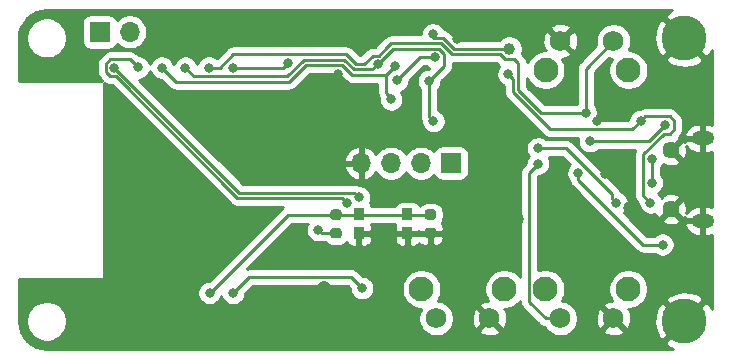
<source format=gbr>
G04 #@! TF.GenerationSoftware,KiCad,Pcbnew,(5.1.6-0-10_14)*
G04 #@! TF.CreationDate,2020-08-17T21:28:21-06:00*
G04 #@! TF.ProjectId,pcb,7063622e-6b69-4636-9164-5f7063625858,rev?*
G04 #@! TF.SameCoordinates,Original*
G04 #@! TF.FileFunction,Copper,L2,Bot*
G04 #@! TF.FilePolarity,Positive*
%FSLAX46Y46*%
G04 Gerber Fmt 4.6, Leading zero omitted, Abs format (unit mm)*
G04 Created by KiCad (PCBNEW (5.1.6-0-10_14)) date 2020-08-17 21:28:21*
%MOMM*%
%LPD*%
G01*
G04 APERTURE LIST*
G04 #@! TA.AperFunction,ComponentPad*
%ADD10O,1.700000X1.700000*%
G04 #@! TD*
G04 #@! TA.AperFunction,ComponentPad*
%ADD11R,1.700000X1.700000*%
G04 #@! TD*
G04 #@! TA.AperFunction,SMDPad,CuDef*
%ADD12R,0.900000X1.000000*%
G04 #@! TD*
G04 #@! TA.AperFunction,ComponentPad*
%ADD13C,2.100000*%
G04 #@! TD*
G04 #@! TA.AperFunction,ComponentPad*
%ADD14C,1.750000*%
G04 #@! TD*
G04 #@! TA.AperFunction,ComponentPad*
%ADD15C,3.800000*%
G04 #@! TD*
G04 #@! TA.AperFunction,ComponentPad*
%ADD16O,1.900000X1.200000*%
G04 #@! TD*
G04 #@! TA.AperFunction,ComponentPad*
%ADD17C,1.450000*%
G04 #@! TD*
G04 #@! TA.AperFunction,ViaPad*
%ADD18C,0.800000*%
G04 #@! TD*
G04 #@! TA.AperFunction,ViaPad*
%ADD19C,1.200000*%
G04 #@! TD*
G04 #@! TA.AperFunction,ViaPad*
%ADD20C,1.000000*%
G04 #@! TD*
G04 #@! TA.AperFunction,Conductor*
%ADD21C,0.250000*%
G04 #@! TD*
G04 #@! TA.AperFunction,Conductor*
%ADD22C,0.254000*%
G04 #@! TD*
G04 APERTURE END LIST*
D10*
X50040000Y-57500000D03*
D11*
X47500000Y-57500000D03*
G04 #@! TA.AperFunction,SMDPad,CuDef*
G36*
G01*
X67756250Y-73400000D02*
X67243750Y-73400000D01*
G75*
G02*
X67025000Y-73181250I0J218750D01*
G01*
X67025000Y-72743750D01*
G75*
G02*
X67243750Y-72525000I218750J0D01*
G01*
X67756250Y-72525000D01*
G75*
G02*
X67975000Y-72743750I0J-218750D01*
G01*
X67975000Y-73181250D01*
G75*
G02*
X67756250Y-73400000I-218750J0D01*
G01*
G37*
G04 #@! TD.AperFunction*
G04 #@! TA.AperFunction,SMDPad,CuDef*
G36*
G01*
X67756250Y-74975000D02*
X67243750Y-74975000D01*
G75*
G02*
X67025000Y-74756250I0J218750D01*
G01*
X67025000Y-74318750D01*
G75*
G02*
X67243750Y-74100000I218750J0D01*
G01*
X67756250Y-74100000D01*
G75*
G02*
X67975000Y-74318750I0J-218750D01*
G01*
X67975000Y-74756250D01*
G75*
G02*
X67756250Y-74975000I-218750J0D01*
G01*
G37*
G04 #@! TD.AperFunction*
G04 #@! TA.AperFunction,SMDPad,CuDef*
G36*
G01*
X75243750Y-74100000D02*
X75756250Y-74100000D01*
G75*
G02*
X75975000Y-74318750I0J-218750D01*
G01*
X75975000Y-74756250D01*
G75*
G02*
X75756250Y-74975000I-218750J0D01*
G01*
X75243750Y-74975000D01*
G75*
G02*
X75025000Y-74756250I0J218750D01*
G01*
X75025000Y-74318750D01*
G75*
G02*
X75243750Y-74100000I218750J0D01*
G01*
G37*
G04 #@! TD.AperFunction*
G04 #@! TA.AperFunction,SMDPad,CuDef*
G36*
G01*
X75243750Y-72525000D02*
X75756250Y-72525000D01*
G75*
G02*
X75975000Y-72743750I0J-218750D01*
G01*
X75975000Y-73181250D01*
G75*
G02*
X75756250Y-73400000I-218750J0D01*
G01*
X75243750Y-73400000D01*
G75*
G02*
X75025000Y-73181250I0J218750D01*
G01*
X75025000Y-72743750D01*
G75*
G02*
X75243750Y-72525000I218750J0D01*
G01*
G37*
G04 #@! TD.AperFunction*
D12*
X73550000Y-72950000D03*
X73550000Y-74550000D03*
X69450000Y-72950000D03*
X69450000Y-74550000D03*
D13*
X81750000Y-79260000D03*
D14*
X80500000Y-81750000D03*
X76000000Y-81750000D03*
D13*
X74740000Y-79260000D03*
D10*
X69630000Y-68600000D03*
X72170000Y-68600000D03*
X74710000Y-68600000D03*
D11*
X77250000Y-68600000D03*
D15*
X97000000Y-82000000D03*
X97000000Y-58000000D03*
D13*
X92250000Y-79260000D03*
D14*
X91000000Y-81750000D03*
X86500000Y-81750000D03*
D13*
X85240000Y-79260000D03*
X85250000Y-60740000D03*
D14*
X86500000Y-58250000D03*
X91000000Y-58250000D03*
D13*
X92260000Y-60740000D03*
D16*
X98547500Y-66500000D03*
X98547500Y-73500000D03*
D17*
X95847500Y-67500000D03*
X95847500Y-72500000D03*
D18*
X94125000Y-71947500D03*
X93300000Y-65025000D03*
X82100000Y-61075000D03*
X74875000Y-56400000D03*
X47750000Y-83050000D03*
X90250000Y-69500000D03*
X90250000Y-68000000D03*
X91750000Y-68000000D03*
D19*
X88500000Y-76100000D03*
D18*
X89600000Y-65000000D03*
D19*
X92375000Y-72375000D03*
D18*
X77750000Y-58100000D03*
X81825000Y-57300000D03*
X79650000Y-64850000D03*
X81000000Y-63700000D03*
X67650000Y-61025000D03*
D19*
X66500000Y-79200000D03*
D18*
X71150000Y-65650000D03*
X68075000Y-57850000D03*
X59750000Y-57100000D03*
X57625000Y-82600000D03*
X65425000Y-80250000D03*
X91750000Y-69500000D03*
D19*
X82804000Y-73312500D03*
X64600000Y-62400000D03*
D18*
X66000000Y-74250000D03*
X68453000Y-72009000D03*
X50750000Y-60502000D03*
X48750000Y-60525000D03*
X69469000Y-71501000D03*
X84625000Y-68650000D03*
X88650000Y-64350000D03*
X56750000Y-60525000D03*
X52750000Y-60525000D03*
X72500000Y-60400000D03*
X72170000Y-63205000D03*
X54750000Y-60525000D03*
X75750000Y-65050000D03*
X75400000Y-61650000D03*
X71025000Y-60225000D03*
X58800000Y-79600000D03*
X69725001Y-79200000D03*
D20*
X82169000Y-58928000D03*
D18*
X75700000Y-57700000D03*
X84625000Y-67350000D03*
X91250000Y-71950000D03*
X75875000Y-59650000D03*
X72675000Y-61575000D03*
X58750000Y-60525000D03*
X63436500Y-60134500D03*
X95150000Y-75500000D03*
X88025000Y-69450000D03*
X89000000Y-66750000D03*
X95400000Y-65350000D03*
X94250000Y-68250000D03*
X94250000Y-70250000D03*
X56800000Y-79600000D03*
D21*
X93700001Y-64624999D02*
X93300000Y-65025000D01*
X95748001Y-64624999D02*
X93700001Y-64624999D01*
X96125001Y-65001999D02*
X95748001Y-64624999D01*
X96125001Y-65749999D02*
X96125001Y-65001999D01*
X95286410Y-66100000D02*
X95775000Y-66100000D01*
X95775000Y-66100000D02*
X96125001Y-65749999D01*
X92599999Y-65725001D02*
X85600001Y-65725001D01*
X93300000Y-65025000D02*
X92599999Y-65725001D01*
X82499999Y-62624999D02*
X85600001Y-65725001D01*
X82499999Y-61474999D02*
X82499999Y-62624999D01*
X82100000Y-61075000D02*
X82499999Y-61474999D01*
X93524999Y-67861411D02*
X95286410Y-66100000D01*
X94125000Y-71947500D02*
X93524999Y-71347499D01*
X93524999Y-71347499D02*
X93524999Y-67861411D01*
X75487500Y-74550000D02*
X75500000Y-74537500D01*
X69450000Y-74550000D02*
X75487500Y-74550000D01*
X66287500Y-74537500D02*
X66000000Y-74250000D01*
X67500000Y-74537500D02*
X66287500Y-74537500D01*
X50047999Y-59799999D02*
X50750000Y-60502000D01*
X48401999Y-59799999D02*
X50047999Y-59799999D01*
X48024999Y-60873001D02*
X48024999Y-60176999D01*
X48838591Y-61250001D02*
X48401999Y-61250001D01*
X59139600Y-71551010D02*
X48838591Y-61250001D01*
X67995011Y-71551011D02*
X59139600Y-71551010D01*
X48024999Y-60176999D02*
X48401999Y-59799999D01*
X48401999Y-61250001D02*
X48024999Y-60873001D01*
X68453000Y-72009000D02*
X67995011Y-71551011D01*
X59326001Y-71101001D02*
X48750000Y-60525000D01*
X69069001Y-71101001D02*
X59326001Y-71101001D01*
X69469000Y-71501000D02*
X69069001Y-71101001D01*
X85262564Y-81750000D02*
X86500000Y-81750000D01*
X83864999Y-80352435D02*
X85262564Y-81750000D01*
X83864999Y-69410001D02*
X83864999Y-80352435D01*
X84625000Y-68650000D02*
X83864999Y-69410001D01*
X88650000Y-60600000D02*
X88650000Y-64350000D01*
X91000000Y-58250000D02*
X88650000Y-60600000D01*
X57676998Y-60525000D02*
X56750000Y-60525000D01*
X68374979Y-59399979D02*
X58802019Y-59399979D01*
X69199981Y-60224981D02*
X68374979Y-59399979D01*
X58802019Y-59399979D02*
X57676998Y-60525000D01*
X69888629Y-60224981D02*
X69199981Y-60224981D01*
X71113590Y-59500000D02*
X70613610Y-59500000D01*
X70613610Y-59500000D02*
X69888629Y-60224981D01*
X71775000Y-58838590D02*
X71113590Y-59500000D01*
X82565001Y-59753001D02*
X81772999Y-59753001D01*
X72125000Y-58475000D02*
X71775000Y-58825000D01*
X81772999Y-59753001D02*
X81398008Y-59378010D01*
X71775000Y-58825000D02*
X71775000Y-58838590D01*
X76409401Y-58474989D02*
X72125000Y-58475000D01*
X82950009Y-62438599D02*
X82950009Y-60138009D01*
X77312422Y-59378010D02*
X76409401Y-58474989D01*
X81398008Y-59378010D02*
X77312422Y-59378010D01*
X84861410Y-64350000D02*
X82950009Y-62438599D01*
X82950009Y-60138009D02*
X82565001Y-59753001D01*
X88650000Y-64350000D02*
X84861410Y-64350000D01*
X72170000Y-63068002D02*
X72170000Y-63205000D01*
X71774999Y-62673001D02*
X72170000Y-63068002D01*
X71774999Y-61125001D02*
X72500000Y-60400000D01*
X71774999Y-62673001D02*
X71774999Y-61125001D01*
X72500000Y-60400000D02*
X71949999Y-60950001D01*
X68823003Y-61125001D02*
X71774999Y-61125001D01*
X67998001Y-60299999D02*
X68823003Y-61125001D01*
X63555987Y-61700011D02*
X64955999Y-60299999D01*
X53925011Y-61700011D02*
X63555987Y-61700011D01*
X64955999Y-60299999D02*
X67998001Y-60299999D01*
X52750000Y-60525000D02*
X53925011Y-61700011D01*
X76650000Y-60400000D02*
X75400000Y-61650000D01*
X76650000Y-59351998D02*
X76650000Y-60400000D01*
X76223001Y-58924999D02*
X76650000Y-59351998D01*
X72325001Y-58924999D02*
X76223001Y-58924999D01*
X71025000Y-60225000D02*
X72325001Y-58924999D01*
X71025000Y-60175000D02*
X70800010Y-59950010D01*
X71025000Y-60225000D02*
X71025000Y-60175000D01*
X75400000Y-64700000D02*
X75750000Y-65050000D01*
X75400000Y-61650000D02*
X75400000Y-64700000D01*
X70575009Y-60674991D02*
X71025000Y-60225000D01*
X69009403Y-60674991D02*
X70575009Y-60674991D01*
X64769599Y-59849989D02*
X68184401Y-59849989D01*
X54750000Y-60525000D02*
X55475001Y-61250001D01*
X68184401Y-59849989D02*
X69009403Y-60674991D01*
X63369587Y-61250001D02*
X64769599Y-59849989D01*
X55475001Y-61250001D02*
X63369587Y-61250001D01*
X68800000Y-78274999D02*
X60125001Y-78274999D01*
X60125001Y-78274999D02*
X58800000Y-79600000D01*
X69725001Y-79200000D02*
X68800000Y-78274999D01*
X75900000Y-57500000D02*
X75700000Y-57700000D01*
X76601980Y-58024982D02*
X77504998Y-58928000D01*
X75804981Y-58024982D02*
X76601980Y-58024982D01*
X75700000Y-57920000D02*
X75804981Y-58024982D01*
X77504998Y-58928000D02*
X82169000Y-58928000D01*
X75700000Y-57700000D02*
X75700000Y-57920000D01*
X86998002Y-67350000D02*
X84625000Y-67350000D01*
X90850001Y-71201999D02*
X86998002Y-67350000D01*
X90850001Y-71550001D02*
X90850001Y-71201999D01*
X91250000Y-71950000D02*
X90850001Y-71550001D01*
X74600000Y-59650000D02*
X72675000Y-61575000D01*
X75875000Y-59650000D02*
X74600000Y-59650000D01*
X58750000Y-60525000D02*
X63046000Y-60525000D01*
X63046000Y-60525000D02*
X63436500Y-60134500D01*
X63436500Y-60134500D02*
X63500000Y-60071000D01*
X93509315Y-75500000D02*
X95150000Y-75500000D01*
X88025000Y-70015685D02*
X93509315Y-75500000D01*
X88025000Y-69450000D02*
X88025000Y-70015685D01*
X94000000Y-66750000D02*
X95400000Y-65350000D01*
X89000000Y-66750000D02*
X94000000Y-66750000D01*
X94250000Y-68250000D02*
X94250000Y-70250000D01*
X63437500Y-72962500D02*
X56800000Y-79600000D01*
X75500000Y-72962500D02*
X63437500Y-72962500D01*
D22*
G36*
X95607362Y-55867133D02*
G01*
X95403256Y-56223651D01*
X97000000Y-57820395D01*
X97014143Y-57806253D01*
X97193748Y-57985858D01*
X97179605Y-58000000D01*
X98776349Y-59596744D01*
X99132867Y-59392638D01*
X99340000Y-58995031D01*
X99340000Y-65345792D01*
X99262996Y-65313507D01*
X99024500Y-65265000D01*
X98674500Y-65265000D01*
X98674500Y-66373000D01*
X98694500Y-66373000D01*
X98694500Y-66627000D01*
X98674500Y-66627000D01*
X98674500Y-67735000D01*
X99024500Y-67735000D01*
X99262996Y-67686493D01*
X99340000Y-67654208D01*
X99340001Y-72345792D01*
X99262996Y-72313507D01*
X99024500Y-72265000D01*
X98674500Y-72265000D01*
X98674500Y-73373000D01*
X98694500Y-73373000D01*
X98694500Y-73627000D01*
X98674500Y-73627000D01*
X98674500Y-74735000D01*
X99024500Y-74735000D01*
X99262996Y-74686493D01*
X99340001Y-74654208D01*
X99340001Y-80994881D01*
X99132867Y-80607362D01*
X98776349Y-80403256D01*
X97179605Y-82000000D01*
X97193748Y-82014143D01*
X97014143Y-82193748D01*
X97000000Y-82179605D01*
X95403256Y-83776349D01*
X95607362Y-84132867D01*
X96004969Y-84340000D01*
X43032279Y-84340000D01*
X42546106Y-84292330D01*
X42109503Y-84160512D01*
X41706814Y-83946399D01*
X41353387Y-83658150D01*
X41062673Y-83306739D01*
X40845760Y-82905564D01*
X40710894Y-82469886D01*
X40660000Y-81985664D01*
X40660000Y-81829117D01*
X41265000Y-81829117D01*
X41265000Y-82170883D01*
X41331675Y-82506081D01*
X41462463Y-82821831D01*
X41652337Y-83105998D01*
X41894002Y-83347663D01*
X42178169Y-83537537D01*
X42493919Y-83668325D01*
X42829117Y-83735000D01*
X43170883Y-83735000D01*
X43506081Y-83668325D01*
X43821831Y-83537537D01*
X44105998Y-83347663D01*
X44347663Y-83105998D01*
X44537537Y-82821831D01*
X44668325Y-82506081D01*
X44735000Y-82170883D01*
X44735000Y-81829117D01*
X44668325Y-81493919D01*
X44537537Y-81178169D01*
X44347663Y-80894002D01*
X44105998Y-80652337D01*
X43821831Y-80462463D01*
X43506081Y-80331675D01*
X43170883Y-80265000D01*
X42829117Y-80265000D01*
X42493919Y-80331675D01*
X42178169Y-80462463D01*
X41894002Y-80652337D01*
X41652337Y-80894002D01*
X41462463Y-81178169D01*
X41331675Y-81493919D01*
X41265000Y-81829117D01*
X40660000Y-81829117D01*
X40660000Y-78377000D01*
X47750000Y-78377000D01*
X47774776Y-78374560D01*
X47798601Y-78367333D01*
X47820557Y-78355597D01*
X47839803Y-78339803D01*
X47855597Y-78320557D01*
X47867333Y-78298601D01*
X47874560Y-78274776D01*
X47877000Y-78250000D01*
X47877000Y-61802314D01*
X47977723Y-61884975D01*
X48042226Y-61919453D01*
X48109752Y-61955547D01*
X48253013Y-61999004D01*
X48401999Y-62013678D01*
X48439332Y-62010001D01*
X48523790Y-62010001D01*
X58575805Y-72062017D01*
X58599599Y-72091010D01*
X58628592Y-72114804D01*
X58628597Y-72114809D01*
X58715324Y-72185984D01*
X58847353Y-72256556D01*
X58990614Y-72300013D01*
X59139600Y-72314686D01*
X59176935Y-72311009D01*
X63044123Y-72311010D01*
X63013224Y-72327526D01*
X62897499Y-72422499D01*
X62873701Y-72451497D01*
X56760199Y-78565000D01*
X56698061Y-78565000D01*
X56498102Y-78604774D01*
X56309744Y-78682795D01*
X56140226Y-78796063D01*
X55996063Y-78940226D01*
X55882795Y-79109744D01*
X55804774Y-79298102D01*
X55765000Y-79498061D01*
X55765000Y-79701939D01*
X55804774Y-79901898D01*
X55882795Y-80090256D01*
X55996063Y-80259774D01*
X56140226Y-80403937D01*
X56309744Y-80517205D01*
X56498102Y-80595226D01*
X56698061Y-80635000D01*
X56901939Y-80635000D01*
X57101898Y-80595226D01*
X57290256Y-80517205D01*
X57459774Y-80403937D01*
X57603937Y-80259774D01*
X57717205Y-80090256D01*
X57795226Y-79901898D01*
X57800000Y-79877897D01*
X57804774Y-79901898D01*
X57882795Y-80090256D01*
X57996063Y-80259774D01*
X58140226Y-80403937D01*
X58309744Y-80517205D01*
X58498102Y-80595226D01*
X58698061Y-80635000D01*
X58901939Y-80635000D01*
X59101898Y-80595226D01*
X59290256Y-80517205D01*
X59459774Y-80403937D01*
X59603937Y-80259774D01*
X59717205Y-80090256D01*
X59795226Y-79901898D01*
X59835000Y-79701939D01*
X59835000Y-79639802D01*
X60439804Y-79034999D01*
X68485199Y-79034999D01*
X68690001Y-79239801D01*
X68690001Y-79301939D01*
X68729775Y-79501898D01*
X68807796Y-79690256D01*
X68921064Y-79859774D01*
X69065227Y-80003937D01*
X69234745Y-80117205D01*
X69423103Y-80195226D01*
X69623062Y-80235000D01*
X69826940Y-80235000D01*
X70026899Y-80195226D01*
X70215257Y-80117205D01*
X70384775Y-80003937D01*
X70528938Y-79859774D01*
X70642206Y-79690256D01*
X70720227Y-79501898D01*
X70760001Y-79301939D01*
X70760001Y-79098061D01*
X70759202Y-79094042D01*
X73055000Y-79094042D01*
X73055000Y-79425958D01*
X73119754Y-79751496D01*
X73246772Y-80058147D01*
X73431175Y-80334125D01*
X73665875Y-80568825D01*
X73941853Y-80753228D01*
X74248504Y-80880246D01*
X74574042Y-80945000D01*
X74721823Y-80945000D01*
X74661856Y-81034747D01*
X74548029Y-81309549D01*
X74490000Y-81601278D01*
X74490000Y-81898722D01*
X74548029Y-82190451D01*
X74661856Y-82465253D01*
X74827107Y-82712569D01*
X75037431Y-82922893D01*
X75284747Y-83088144D01*
X75559549Y-83201971D01*
X75851278Y-83260000D01*
X76148722Y-83260000D01*
X76440451Y-83201971D01*
X76715253Y-83088144D01*
X76962569Y-82922893D01*
X77089222Y-82796240D01*
X79633365Y-82796240D01*
X79714025Y-83047868D01*
X79982329Y-83176267D01*
X80270526Y-83249855D01*
X80567543Y-83265804D01*
X80861963Y-83223501D01*
X81142474Y-83124572D01*
X81285975Y-83047868D01*
X81366635Y-82796240D01*
X80500000Y-81929605D01*
X79633365Y-82796240D01*
X77089222Y-82796240D01*
X77172893Y-82712569D01*
X77338144Y-82465253D01*
X77451971Y-82190451D01*
X77510000Y-81898722D01*
X77510000Y-81817543D01*
X78984196Y-81817543D01*
X79026499Y-82111963D01*
X79125428Y-82392474D01*
X79202132Y-82535975D01*
X79453760Y-82616635D01*
X80320395Y-81750000D01*
X79453760Y-80883365D01*
X79202132Y-80964025D01*
X79073733Y-81232329D01*
X79000145Y-81520526D01*
X78984196Y-81817543D01*
X77510000Y-81817543D01*
X77510000Y-81601278D01*
X77451971Y-81309549D01*
X77338144Y-81034747D01*
X77172893Y-80787431D01*
X77089222Y-80703760D01*
X79633365Y-80703760D01*
X80500000Y-81570395D01*
X80514143Y-81556253D01*
X80693748Y-81735858D01*
X80679605Y-81750000D01*
X81546240Y-82616635D01*
X81797868Y-82535975D01*
X81926267Y-82267671D01*
X81999855Y-81979474D01*
X82015804Y-81682457D01*
X81973501Y-81388037D01*
X81874572Y-81107526D01*
X81797868Y-80964025D01*
X81738517Y-80945000D01*
X81915958Y-80945000D01*
X82241496Y-80880246D01*
X82548147Y-80753228D01*
X82824125Y-80568825D01*
X83058825Y-80334125D01*
X83105000Y-80265019D01*
X83105000Y-80315103D01*
X83101323Y-80352435D01*
X83105000Y-80389768D01*
X83106329Y-80403256D01*
X83115997Y-80501420D01*
X83159453Y-80644681D01*
X83230025Y-80776711D01*
X83301200Y-80863437D01*
X83324999Y-80892436D01*
X83353997Y-80916234D01*
X84698769Y-82261008D01*
X84722563Y-82290001D01*
X84751556Y-82313795D01*
X84751560Y-82313799D01*
X84818153Y-82368450D01*
X84838288Y-82384974D01*
X84970317Y-82455546D01*
X85113578Y-82499003D01*
X85189397Y-82506471D01*
X85327107Y-82712569D01*
X85537431Y-82922893D01*
X85784747Y-83088144D01*
X86059549Y-83201971D01*
X86351278Y-83260000D01*
X86648722Y-83260000D01*
X86940451Y-83201971D01*
X87215253Y-83088144D01*
X87462569Y-82922893D01*
X87589222Y-82796240D01*
X90133365Y-82796240D01*
X90214025Y-83047868D01*
X90482329Y-83176267D01*
X90770526Y-83249855D01*
X91067543Y-83265804D01*
X91361963Y-83223501D01*
X91642474Y-83124572D01*
X91785975Y-83047868D01*
X91866635Y-82796240D01*
X91000000Y-81929605D01*
X90133365Y-82796240D01*
X87589222Y-82796240D01*
X87672893Y-82712569D01*
X87838144Y-82465253D01*
X87951971Y-82190451D01*
X88010000Y-81898722D01*
X88010000Y-81817543D01*
X89484196Y-81817543D01*
X89526499Y-82111963D01*
X89625428Y-82392474D01*
X89702132Y-82535975D01*
X89953760Y-82616635D01*
X90820395Y-81750000D01*
X89953760Y-80883365D01*
X89702132Y-80964025D01*
X89573733Y-81232329D01*
X89500145Y-81520526D01*
X89484196Y-81817543D01*
X88010000Y-81817543D01*
X88010000Y-81601278D01*
X87951971Y-81309549D01*
X87838144Y-81034747D01*
X87672893Y-80787431D01*
X87589222Y-80703760D01*
X90133365Y-80703760D01*
X91000000Y-81570395D01*
X91014143Y-81556253D01*
X91193748Y-81735858D01*
X91179605Y-81750000D01*
X92046240Y-82616635D01*
X92297868Y-82535975D01*
X92426267Y-82267671D01*
X92487714Y-82027021D01*
X94452877Y-82027021D01*
X94507091Y-82523422D01*
X94657106Y-82999707D01*
X94867133Y-83392638D01*
X95223651Y-83596744D01*
X96820395Y-82000000D01*
X95223651Y-80403256D01*
X94867133Y-80607362D01*
X94636425Y-81050223D01*
X94496548Y-81529583D01*
X94452877Y-82027021D01*
X92487714Y-82027021D01*
X92499855Y-81979474D01*
X92515804Y-81682457D01*
X92473501Y-81388037D01*
X92374572Y-81107526D01*
X92297868Y-80964025D01*
X92238517Y-80945000D01*
X92415958Y-80945000D01*
X92741496Y-80880246D01*
X93048147Y-80753228D01*
X93324125Y-80568825D01*
X93558825Y-80334125D01*
X93632641Y-80223651D01*
X95403256Y-80223651D01*
X97000000Y-81820395D01*
X98596744Y-80223651D01*
X98392638Y-79867133D01*
X97949777Y-79636425D01*
X97470417Y-79496548D01*
X96972979Y-79452877D01*
X96476578Y-79507091D01*
X96000293Y-79657106D01*
X95607362Y-79867133D01*
X95403256Y-80223651D01*
X93632641Y-80223651D01*
X93743228Y-80058147D01*
X93870246Y-79751496D01*
X93935000Y-79425958D01*
X93935000Y-79094042D01*
X93870246Y-78768504D01*
X93743228Y-78461853D01*
X93558825Y-78185875D01*
X93324125Y-77951175D01*
X93048147Y-77766772D01*
X92741496Y-77639754D01*
X92415958Y-77575000D01*
X92084042Y-77575000D01*
X91758504Y-77639754D01*
X91451853Y-77766772D01*
X91175875Y-77951175D01*
X90941175Y-78185875D01*
X90756772Y-78461853D01*
X90629754Y-78768504D01*
X90565000Y-79094042D01*
X90565000Y-79425958D01*
X90629754Y-79751496D01*
X90756772Y-80058147D01*
X90879490Y-80241806D01*
X90638037Y-80276499D01*
X90357526Y-80375428D01*
X90214025Y-80452132D01*
X90133365Y-80703760D01*
X87589222Y-80703760D01*
X87462569Y-80577107D01*
X87215253Y-80411856D01*
X86940451Y-80298029D01*
X86648722Y-80240000D01*
X86611717Y-80240000D01*
X86733228Y-80058147D01*
X86860246Y-79751496D01*
X86925000Y-79425958D01*
X86925000Y-79094042D01*
X86860246Y-78768504D01*
X86733228Y-78461853D01*
X86548825Y-78185875D01*
X86314125Y-77951175D01*
X86038147Y-77766772D01*
X85731496Y-77639754D01*
X85405958Y-77575000D01*
X85074042Y-77575000D01*
X84748504Y-77639754D01*
X84624999Y-77690911D01*
X84624999Y-69724802D01*
X84664801Y-69685000D01*
X84726939Y-69685000D01*
X84926898Y-69645226D01*
X85115256Y-69567205D01*
X85284774Y-69453937D01*
X85428937Y-69309774D01*
X85542205Y-69140256D01*
X85620226Y-68951898D01*
X85660000Y-68751939D01*
X85660000Y-68548061D01*
X85620226Y-68348102D01*
X85542205Y-68159744D01*
X85508967Y-68110000D01*
X86683201Y-68110000D01*
X87292245Y-68719044D01*
X87221063Y-68790226D01*
X87107795Y-68959744D01*
X87029774Y-69148102D01*
X86990000Y-69348061D01*
X86990000Y-69551939D01*
X87029774Y-69751898D01*
X87107795Y-69940256D01*
X87221063Y-70109774D01*
X87276013Y-70164724D01*
X87319454Y-70307932D01*
X87337130Y-70341001D01*
X87390026Y-70439961D01*
X87444038Y-70505774D01*
X87485000Y-70555686D01*
X87513998Y-70579484D01*
X92945516Y-76011003D01*
X92969314Y-76040001D01*
X93085039Y-76134974D01*
X93217068Y-76205546D01*
X93360329Y-76249003D01*
X93471982Y-76260000D01*
X93471990Y-76260000D01*
X93509315Y-76263676D01*
X93546640Y-76260000D01*
X94446289Y-76260000D01*
X94490226Y-76303937D01*
X94659744Y-76417205D01*
X94848102Y-76495226D01*
X95048061Y-76535000D01*
X95251939Y-76535000D01*
X95451898Y-76495226D01*
X95640256Y-76417205D01*
X95809774Y-76303937D01*
X95953937Y-76159774D01*
X96067205Y-75990256D01*
X96145226Y-75801898D01*
X96185000Y-75601939D01*
X96185000Y-75398061D01*
X96145226Y-75198102D01*
X96067205Y-75009744D01*
X95953937Y-74840226D01*
X95809774Y-74696063D01*
X95640256Y-74582795D01*
X95451898Y-74504774D01*
X95251939Y-74465000D01*
X95048061Y-74465000D01*
X94848102Y-74504774D01*
X94659744Y-74582795D01*
X94490226Y-74696063D01*
X94446289Y-74740000D01*
X93824117Y-74740000D01*
X92523250Y-73439133D01*
X95087972Y-73439133D01*
X95150465Y-73675450D01*
X95393178Y-73788850D01*
X95653349Y-73852719D01*
X95920982Y-73864604D01*
X96185791Y-73824048D01*
X96203523Y-73817609D01*
X97004038Y-73817609D01*
X97007909Y-73855282D01*
X97100079Y-74080533D01*
X97234422Y-74283474D01*
X97405775Y-74456307D01*
X97607554Y-74592390D01*
X97832004Y-74686493D01*
X98070500Y-74735000D01*
X98420500Y-74735000D01*
X98420500Y-73627000D01*
X97128769Y-73627000D01*
X97004038Y-73817609D01*
X96203523Y-73817609D01*
X96437600Y-73732609D01*
X96544535Y-73675450D01*
X96607028Y-73439133D01*
X95847500Y-72679605D01*
X95087972Y-73439133D01*
X92523250Y-73439133D01*
X91866781Y-72782664D01*
X91909774Y-72753937D01*
X92053937Y-72609774D01*
X92167205Y-72440256D01*
X92245226Y-72251898D01*
X92285000Y-72051939D01*
X92285000Y-71848061D01*
X92245226Y-71648102D01*
X92167205Y-71459744D01*
X92053937Y-71290226D01*
X91909774Y-71146063D01*
X91740256Y-71032795D01*
X91571691Y-70962973D01*
X91555547Y-70909752D01*
X91484975Y-70777723D01*
X91390002Y-70661998D01*
X91361004Y-70638200D01*
X87561806Y-66839003D01*
X87538003Y-66809999D01*
X87422278Y-66715026D01*
X87290249Y-66644454D01*
X87146988Y-66600997D01*
X87035335Y-66590000D01*
X87035324Y-66590000D01*
X86998002Y-66586324D01*
X86960680Y-66590000D01*
X85328711Y-66590000D01*
X85284774Y-66546063D01*
X85115256Y-66432795D01*
X84926898Y-66354774D01*
X84726939Y-66315000D01*
X84523061Y-66315000D01*
X84323102Y-66354774D01*
X84134744Y-66432795D01*
X83965226Y-66546063D01*
X83821063Y-66690226D01*
X83707795Y-66859744D01*
X83629774Y-67048102D01*
X83590000Y-67248061D01*
X83590000Y-67451939D01*
X83629774Y-67651898D01*
X83707795Y-67840256D01*
X83814532Y-68000000D01*
X83707795Y-68159744D01*
X83629774Y-68348102D01*
X83590000Y-68548061D01*
X83590000Y-68610199D01*
X83354001Y-68846198D01*
X83324998Y-68870000D01*
X83292357Y-68909774D01*
X83230025Y-68985725D01*
X83193565Y-69053937D01*
X83159453Y-69117755D01*
X83115996Y-69261016D01*
X83104999Y-69372669D01*
X83104999Y-69372679D01*
X83101323Y-69410001D01*
X83104999Y-69447323D01*
X83105000Y-78254980D01*
X83058825Y-78185875D01*
X82824125Y-77951175D01*
X82548147Y-77766772D01*
X82241496Y-77639754D01*
X81915958Y-77575000D01*
X81584042Y-77575000D01*
X81258504Y-77639754D01*
X80951853Y-77766772D01*
X80675875Y-77951175D01*
X80441175Y-78185875D01*
X80256772Y-78461853D01*
X80129754Y-78768504D01*
X80065000Y-79094042D01*
X80065000Y-79425958D01*
X80129754Y-79751496D01*
X80256772Y-80058147D01*
X80379490Y-80241806D01*
X80138037Y-80276499D01*
X79857526Y-80375428D01*
X79714025Y-80452132D01*
X79633365Y-80703760D01*
X77089222Y-80703760D01*
X76962569Y-80577107D01*
X76715253Y-80411856D01*
X76440451Y-80298029D01*
X76148722Y-80240000D01*
X76111717Y-80240000D01*
X76233228Y-80058147D01*
X76360246Y-79751496D01*
X76425000Y-79425958D01*
X76425000Y-79094042D01*
X76360246Y-78768504D01*
X76233228Y-78461853D01*
X76048825Y-78185875D01*
X75814125Y-77951175D01*
X75538147Y-77766772D01*
X75231496Y-77639754D01*
X74905958Y-77575000D01*
X74574042Y-77575000D01*
X74248504Y-77639754D01*
X73941853Y-77766772D01*
X73665875Y-77951175D01*
X73431175Y-78185875D01*
X73246772Y-78461853D01*
X73119754Y-78768504D01*
X73055000Y-79094042D01*
X70759202Y-79094042D01*
X70720227Y-78898102D01*
X70642206Y-78709744D01*
X70528938Y-78540226D01*
X70384775Y-78396063D01*
X70215257Y-78282795D01*
X70026899Y-78204774D01*
X69826940Y-78165000D01*
X69764802Y-78165000D01*
X69363803Y-77764001D01*
X69340001Y-77734998D01*
X69224276Y-77640025D01*
X69092247Y-77569453D01*
X68948986Y-77525996D01*
X68837333Y-77514999D01*
X68837322Y-77514999D01*
X68800000Y-77511323D01*
X68762678Y-77514999D01*
X60162323Y-77514999D01*
X60125000Y-77511323D01*
X60087677Y-77514999D01*
X60087668Y-77514999D01*
X59976015Y-77525996D01*
X59936958Y-77537844D01*
X63752302Y-73722500D01*
X65107681Y-73722500D01*
X65082795Y-73759744D01*
X65004774Y-73948102D01*
X64965000Y-74148061D01*
X64965000Y-74351939D01*
X65004774Y-74551898D01*
X65082795Y-74740256D01*
X65196063Y-74909774D01*
X65340226Y-75053937D01*
X65509744Y-75167205D01*
X65698102Y-75245226D01*
X65898061Y-75285000D01*
X66101939Y-75285000D01*
X66121036Y-75281201D01*
X66138514Y-75286503D01*
X66250167Y-75297500D01*
X66250176Y-75297500D01*
X66287499Y-75301176D01*
X66324822Y-75297500D01*
X66584857Y-75297500D01*
X66637885Y-75362115D01*
X66767725Y-75468671D01*
X66915858Y-75547850D01*
X67076592Y-75596608D01*
X67243750Y-75613072D01*
X67756250Y-75613072D01*
X67923408Y-75596608D01*
X68084142Y-75547850D01*
X68232275Y-75468671D01*
X68362115Y-75362115D01*
X68413405Y-75299618D01*
X68469463Y-75404494D01*
X68548815Y-75501185D01*
X68645506Y-75580537D01*
X68755820Y-75639502D01*
X68875518Y-75675812D01*
X69000000Y-75688072D01*
X69164250Y-75685000D01*
X69323000Y-75526250D01*
X69323000Y-74677000D01*
X69577000Y-74677000D01*
X69577000Y-75526250D01*
X69735750Y-75685000D01*
X69900000Y-75688072D01*
X70024482Y-75675812D01*
X70144180Y-75639502D01*
X70254494Y-75580537D01*
X70351185Y-75501185D01*
X70430537Y-75404494D01*
X70489502Y-75294180D01*
X70525812Y-75174482D01*
X70538072Y-75050000D01*
X72461928Y-75050000D01*
X72474188Y-75174482D01*
X72510498Y-75294180D01*
X72569463Y-75404494D01*
X72648815Y-75501185D01*
X72745506Y-75580537D01*
X72855820Y-75639502D01*
X72975518Y-75675812D01*
X73100000Y-75688072D01*
X73264250Y-75685000D01*
X73423000Y-75526250D01*
X73423000Y-74677000D01*
X73677000Y-74677000D01*
X73677000Y-75526250D01*
X73835750Y-75685000D01*
X74000000Y-75688072D01*
X74124482Y-75675812D01*
X74244180Y-75639502D01*
X74354494Y-75580537D01*
X74451185Y-75501185D01*
X74530537Y-75404494D01*
X74540586Y-75385695D01*
X74573815Y-75426185D01*
X74670506Y-75505537D01*
X74780820Y-75564502D01*
X74900518Y-75600812D01*
X75025000Y-75613072D01*
X75214250Y-75610000D01*
X75373000Y-75451250D01*
X75373000Y-74664500D01*
X75627000Y-74664500D01*
X75627000Y-75451250D01*
X75785750Y-75610000D01*
X75975000Y-75613072D01*
X76099482Y-75600812D01*
X76219180Y-75564502D01*
X76329494Y-75505537D01*
X76426185Y-75426185D01*
X76505537Y-75329494D01*
X76564502Y-75219180D01*
X76600812Y-75099482D01*
X76613072Y-74975000D01*
X76610000Y-74823250D01*
X76451250Y-74664500D01*
X75627000Y-74664500D01*
X75373000Y-74664500D01*
X74548750Y-74664500D01*
X74506250Y-74707000D01*
X74476250Y-74677000D01*
X73677000Y-74677000D01*
X73423000Y-74677000D01*
X72623750Y-74677000D01*
X72465000Y-74835750D01*
X72461928Y-75050000D01*
X70538072Y-75050000D01*
X70535000Y-74835750D01*
X70376250Y-74677000D01*
X69577000Y-74677000D01*
X69323000Y-74677000D01*
X69303000Y-74677000D01*
X69303000Y-74423000D01*
X69323000Y-74423000D01*
X69323000Y-74403000D01*
X69577000Y-74403000D01*
X69577000Y-74423000D01*
X70376250Y-74423000D01*
X70535000Y-74264250D01*
X70538072Y-74050000D01*
X70525812Y-73925518D01*
X70489502Y-73805820D01*
X70459665Y-73750000D01*
X70474364Y-73722500D01*
X72525636Y-73722500D01*
X72540335Y-73750000D01*
X72510498Y-73805820D01*
X72474188Y-73925518D01*
X72461928Y-74050000D01*
X72465000Y-74264250D01*
X72623750Y-74423000D01*
X73423000Y-74423000D01*
X73423000Y-74403000D01*
X73677000Y-74403000D01*
X73677000Y-74423000D01*
X74476250Y-74423000D01*
X74518750Y-74380500D01*
X74548750Y-74410500D01*
X75373000Y-74410500D01*
X75373000Y-74390500D01*
X75627000Y-74390500D01*
X75627000Y-74410500D01*
X76451250Y-74410500D01*
X76610000Y-74251750D01*
X76613072Y-74100000D01*
X76600812Y-73975518D01*
X76564502Y-73855820D01*
X76505537Y-73745506D01*
X76450900Y-73678930D01*
X76468671Y-73657275D01*
X76547850Y-73509142D01*
X76596608Y-73348408D01*
X76613072Y-73181250D01*
X76613072Y-72743750D01*
X76596608Y-72576592D01*
X76547850Y-72415858D01*
X76468671Y-72267725D01*
X76362115Y-72137885D01*
X76232275Y-72031329D01*
X76084142Y-71952150D01*
X75923408Y-71903392D01*
X75756250Y-71886928D01*
X75243750Y-71886928D01*
X75076592Y-71903392D01*
X74915858Y-71952150D01*
X74767725Y-72031329D01*
X74637885Y-72137885D01*
X74586595Y-72200382D01*
X74530537Y-72095506D01*
X74451185Y-71998815D01*
X74354494Y-71919463D01*
X74244180Y-71860498D01*
X74124482Y-71824188D01*
X74000000Y-71811928D01*
X73100000Y-71811928D01*
X72975518Y-71824188D01*
X72855820Y-71860498D01*
X72745506Y-71919463D01*
X72648815Y-71998815D01*
X72569463Y-72095506D01*
X72512273Y-72202500D01*
X70487727Y-72202500D01*
X70430537Y-72095506D01*
X70367704Y-72018944D01*
X70386205Y-71991256D01*
X70464226Y-71802898D01*
X70504000Y-71602939D01*
X70504000Y-71399061D01*
X70464226Y-71199102D01*
X70386205Y-71010744D01*
X70272937Y-70841226D01*
X70128774Y-70697063D01*
X69959256Y-70583795D01*
X69770898Y-70505774D01*
X69570939Y-70466000D01*
X69493226Y-70466000D01*
X69361248Y-70395455D01*
X69217987Y-70351998D01*
X69106334Y-70341001D01*
X69106323Y-70341001D01*
X69069001Y-70337325D01*
X69031679Y-70341001D01*
X59640803Y-70341001D01*
X58256693Y-68956891D01*
X68188519Y-68956891D01*
X68285843Y-69231252D01*
X68434822Y-69481355D01*
X68629731Y-69697588D01*
X68863080Y-69871641D01*
X69125901Y-69996825D01*
X69273110Y-70041476D01*
X69503000Y-69920155D01*
X69503000Y-68727000D01*
X68309186Y-68727000D01*
X68188519Y-68956891D01*
X58256693Y-68956891D01*
X57542911Y-68243109D01*
X68188519Y-68243109D01*
X68309186Y-68473000D01*
X69503000Y-68473000D01*
X69503000Y-67279845D01*
X69757000Y-67279845D01*
X69757000Y-68473000D01*
X69777000Y-68473000D01*
X69777000Y-68727000D01*
X69757000Y-68727000D01*
X69757000Y-69920155D01*
X69986890Y-70041476D01*
X70134099Y-69996825D01*
X70396920Y-69871641D01*
X70630269Y-69697588D01*
X70825178Y-69481355D01*
X70894805Y-69364466D01*
X71016525Y-69546632D01*
X71223368Y-69753475D01*
X71466589Y-69915990D01*
X71736842Y-70027932D01*
X72023740Y-70085000D01*
X72316260Y-70085000D01*
X72603158Y-70027932D01*
X72873411Y-69915990D01*
X73116632Y-69753475D01*
X73323475Y-69546632D01*
X73440000Y-69372240D01*
X73556525Y-69546632D01*
X73763368Y-69753475D01*
X74006589Y-69915990D01*
X74276842Y-70027932D01*
X74563740Y-70085000D01*
X74856260Y-70085000D01*
X75143158Y-70027932D01*
X75413411Y-69915990D01*
X75656632Y-69753475D01*
X75788487Y-69621620D01*
X75810498Y-69694180D01*
X75869463Y-69804494D01*
X75948815Y-69901185D01*
X76045506Y-69980537D01*
X76155820Y-70039502D01*
X76275518Y-70075812D01*
X76400000Y-70088072D01*
X78100000Y-70088072D01*
X78224482Y-70075812D01*
X78344180Y-70039502D01*
X78454494Y-69980537D01*
X78551185Y-69901185D01*
X78630537Y-69804494D01*
X78689502Y-69694180D01*
X78725812Y-69574482D01*
X78738072Y-69450000D01*
X78738072Y-67750000D01*
X78725812Y-67625518D01*
X78689502Y-67505820D01*
X78630537Y-67395506D01*
X78551185Y-67298815D01*
X78454494Y-67219463D01*
X78344180Y-67160498D01*
X78224482Y-67124188D01*
X78100000Y-67111928D01*
X76400000Y-67111928D01*
X76275518Y-67124188D01*
X76155820Y-67160498D01*
X76045506Y-67219463D01*
X75948815Y-67298815D01*
X75869463Y-67395506D01*
X75810498Y-67505820D01*
X75788487Y-67578380D01*
X75656632Y-67446525D01*
X75413411Y-67284010D01*
X75143158Y-67172068D01*
X74856260Y-67115000D01*
X74563740Y-67115000D01*
X74276842Y-67172068D01*
X74006589Y-67284010D01*
X73763368Y-67446525D01*
X73556525Y-67653368D01*
X73440000Y-67827760D01*
X73323475Y-67653368D01*
X73116632Y-67446525D01*
X72873411Y-67284010D01*
X72603158Y-67172068D01*
X72316260Y-67115000D01*
X72023740Y-67115000D01*
X71736842Y-67172068D01*
X71466589Y-67284010D01*
X71223368Y-67446525D01*
X71016525Y-67653368D01*
X70894805Y-67835534D01*
X70825178Y-67718645D01*
X70630269Y-67502412D01*
X70396920Y-67328359D01*
X70134099Y-67203175D01*
X69986890Y-67158524D01*
X69757000Y-67279845D01*
X69503000Y-67279845D01*
X69273110Y-67158524D01*
X69125901Y-67203175D01*
X68863080Y-67328359D01*
X68629731Y-67502412D01*
X68434822Y-67718645D01*
X68285843Y-67968748D01*
X68188519Y-68243109D01*
X57542911Y-68243109D01*
X50836801Y-61537000D01*
X50851939Y-61537000D01*
X51051898Y-61497226D01*
X51240256Y-61419205D01*
X51409774Y-61305937D01*
X51553937Y-61161774D01*
X51667205Y-60992256D01*
X51745226Y-60803898D01*
X51747713Y-60791397D01*
X51754774Y-60826898D01*
X51832795Y-61015256D01*
X51946063Y-61184774D01*
X52090226Y-61328937D01*
X52259744Y-61442205D01*
X52448102Y-61520226D01*
X52648061Y-61560000D01*
X52710198Y-61560000D01*
X53361216Y-62211019D01*
X53385010Y-62240012D01*
X53414003Y-62263806D01*
X53414007Y-62263810D01*
X53470015Y-62309774D01*
X53500735Y-62334985D01*
X53632764Y-62405557D01*
X53776025Y-62449014D01*
X53887678Y-62460011D01*
X53887687Y-62460011D01*
X53925010Y-62463687D01*
X53962333Y-62460011D01*
X63518665Y-62460011D01*
X63555987Y-62463687D01*
X63593309Y-62460011D01*
X63593320Y-62460011D01*
X63704973Y-62449014D01*
X63848234Y-62405557D01*
X63980263Y-62334985D01*
X64095988Y-62240012D01*
X64119791Y-62211008D01*
X65270801Y-61059999D01*
X67683200Y-61059999D01*
X68259204Y-61636003D01*
X68283002Y-61665002D01*
X68312000Y-61688800D01*
X68398726Y-61759975D01*
X68480389Y-61803625D01*
X68530756Y-61830547D01*
X68674017Y-61874004D01*
X68785670Y-61885001D01*
X68785680Y-61885001D01*
X68823002Y-61888677D01*
X68860325Y-61885001D01*
X71015000Y-61885001D01*
X71014999Y-62635678D01*
X71011323Y-62673001D01*
X71014999Y-62710323D01*
X71014999Y-62710333D01*
X71025996Y-62821986D01*
X71055430Y-62919017D01*
X71069453Y-62965247D01*
X71137201Y-63091994D01*
X71135000Y-63103061D01*
X71135000Y-63306939D01*
X71174774Y-63506898D01*
X71252795Y-63695256D01*
X71366063Y-63864774D01*
X71510226Y-64008937D01*
X71679744Y-64122205D01*
X71868102Y-64200226D01*
X72068061Y-64240000D01*
X72271939Y-64240000D01*
X72471898Y-64200226D01*
X72660256Y-64122205D01*
X72829774Y-64008937D01*
X72973937Y-63864774D01*
X73087205Y-63695256D01*
X73165226Y-63506898D01*
X73205000Y-63306939D01*
X73205000Y-63103061D01*
X73165226Y-62903102D01*
X73087205Y-62714744D01*
X72987662Y-62565767D01*
X73165256Y-62492205D01*
X73334774Y-62378937D01*
X73478937Y-62234774D01*
X73592205Y-62065256D01*
X73670226Y-61876898D01*
X73710000Y-61676939D01*
X73710000Y-61614801D01*
X74914802Y-60410000D01*
X75171289Y-60410000D01*
X75215226Y-60453937D01*
X75384744Y-60567205D01*
X75401184Y-60574015D01*
X75360199Y-60615000D01*
X75298061Y-60615000D01*
X75098102Y-60654774D01*
X74909744Y-60732795D01*
X74740226Y-60846063D01*
X74596063Y-60990226D01*
X74482795Y-61159744D01*
X74404774Y-61348102D01*
X74365000Y-61548061D01*
X74365000Y-61751939D01*
X74404774Y-61951898D01*
X74482795Y-62140256D01*
X74596063Y-62309774D01*
X74640000Y-62353711D01*
X74640001Y-64662668D01*
X74636324Y-64700000D01*
X74640001Y-64737333D01*
X74650998Y-64848986D01*
X74659197Y-64876014D01*
X74694454Y-64992246D01*
X74715000Y-65030685D01*
X74715000Y-65151939D01*
X74754774Y-65351898D01*
X74832795Y-65540256D01*
X74946063Y-65709774D01*
X75090226Y-65853937D01*
X75259744Y-65967205D01*
X75448102Y-66045226D01*
X75648061Y-66085000D01*
X75851939Y-66085000D01*
X76051898Y-66045226D01*
X76240256Y-65967205D01*
X76409774Y-65853937D01*
X76553937Y-65709774D01*
X76667205Y-65540256D01*
X76745226Y-65351898D01*
X76785000Y-65151939D01*
X76785000Y-64948061D01*
X76745226Y-64748102D01*
X76667205Y-64559744D01*
X76553937Y-64390226D01*
X76409774Y-64246063D01*
X76240256Y-64132795D01*
X76160000Y-64099552D01*
X76160000Y-62353711D01*
X76203937Y-62309774D01*
X76317205Y-62140256D01*
X76395226Y-61951898D01*
X76435000Y-61751939D01*
X76435000Y-61689801D01*
X77161003Y-60963799D01*
X77190001Y-60940001D01*
X77224326Y-60898176D01*
X77284974Y-60824277D01*
X77355546Y-60692247D01*
X77361085Y-60673986D01*
X77399003Y-60548986D01*
X77410000Y-60437333D01*
X77410000Y-60437323D01*
X77413676Y-60400000D01*
X77410000Y-60362677D01*
X77410000Y-60138010D01*
X81083207Y-60138010D01*
X81209195Y-60263998D01*
X81232998Y-60293002D01*
X81334767Y-60376522D01*
X81296063Y-60415226D01*
X81182795Y-60584744D01*
X81104774Y-60773102D01*
X81065000Y-60973061D01*
X81065000Y-61176939D01*
X81104774Y-61376898D01*
X81182795Y-61565256D01*
X81296063Y-61734774D01*
X81440226Y-61878937D01*
X81609744Y-61992205D01*
X81739999Y-62046159D01*
X81740000Y-62587667D01*
X81736323Y-62624999D01*
X81740000Y-62662332D01*
X81750997Y-62773985D01*
X81764179Y-62817441D01*
X81794453Y-62917245D01*
X81865025Y-63049275D01*
X81904419Y-63097276D01*
X81959999Y-63165000D01*
X81988997Y-63188798D01*
X85036202Y-66236004D01*
X85060000Y-66265002D01*
X85175725Y-66359975D01*
X85307754Y-66430547D01*
X85451015Y-66474004D01*
X85562668Y-66485001D01*
X85562678Y-66485001D01*
X85600001Y-66488677D01*
X85637324Y-66485001D01*
X87997434Y-66485001D01*
X87965000Y-66648061D01*
X87965000Y-66851939D01*
X88004774Y-67051898D01*
X88082795Y-67240256D01*
X88196063Y-67409774D01*
X88340226Y-67553937D01*
X88509744Y-67667205D01*
X88698102Y-67745226D01*
X88898061Y-67785000D01*
X89101939Y-67785000D01*
X89301898Y-67745226D01*
X89490256Y-67667205D01*
X89659774Y-67553937D01*
X89703711Y-67510000D01*
X92851078Y-67510000D01*
X92819453Y-67569165D01*
X92805550Y-67615000D01*
X92775997Y-67712425D01*
X92769905Y-67774276D01*
X92761323Y-67861411D01*
X92765000Y-67898743D01*
X92764999Y-71310176D01*
X92761323Y-71347499D01*
X92764999Y-71384821D01*
X92764999Y-71384831D01*
X92775996Y-71496484D01*
X92803555Y-71587334D01*
X92819453Y-71639745D01*
X92890025Y-71771775D01*
X92918562Y-71806547D01*
X92984998Y-71887500D01*
X93014001Y-71911302D01*
X93090000Y-71987301D01*
X93090000Y-72049439D01*
X93129774Y-72249398D01*
X93207795Y-72437756D01*
X93321063Y-72607274D01*
X93465226Y-72751437D01*
X93634744Y-72864705D01*
X93823102Y-72942726D01*
X94023061Y-72982500D01*
X94226939Y-72982500D01*
X94426898Y-72942726D01*
X94543793Y-72894306D01*
X94614891Y-73090100D01*
X94672050Y-73197035D01*
X94908367Y-73259528D01*
X95667895Y-72500000D01*
X96027105Y-72500000D01*
X96786633Y-73259528D01*
X97014997Y-73199138D01*
X97128769Y-73373000D01*
X98420500Y-73373000D01*
X98420500Y-72265000D01*
X98070500Y-72265000D01*
X97832004Y-72313507D01*
X97607554Y-72407610D01*
X97405775Y-72543693D01*
X97234422Y-72716526D01*
X97171329Y-72811836D01*
X97200219Y-72694151D01*
X97212104Y-72426518D01*
X97171548Y-72161709D01*
X97080109Y-71909900D01*
X97022950Y-71802965D01*
X96786633Y-71740472D01*
X96027105Y-72500000D01*
X95667895Y-72500000D01*
X95653753Y-72485858D01*
X95833358Y-72306253D01*
X95847500Y-72320395D01*
X96607028Y-71560867D01*
X96544535Y-71324550D01*
X96301822Y-71211150D01*
X96041651Y-71147281D01*
X95774018Y-71135396D01*
X95509209Y-71175952D01*
X95257400Y-71267391D01*
X95150465Y-71324550D01*
X95087973Y-71560865D01*
X95083114Y-71556006D01*
X95042205Y-71457244D01*
X94928937Y-71287726D01*
X94784774Y-71143563D01*
X94780206Y-71140511D01*
X94909774Y-71053937D01*
X95053937Y-70909774D01*
X95167205Y-70740256D01*
X95245226Y-70551898D01*
X95285000Y-70351939D01*
X95285000Y-70148061D01*
X95245226Y-69948102D01*
X95167205Y-69759744D01*
X95053937Y-69590226D01*
X95010000Y-69546289D01*
X95010000Y-68953711D01*
X95053937Y-68909774D01*
X95167205Y-68740256D01*
X95186982Y-68692511D01*
X95393178Y-68788850D01*
X95653349Y-68852719D01*
X95920982Y-68864604D01*
X96185791Y-68824048D01*
X96437600Y-68732609D01*
X96544535Y-68675450D01*
X96607028Y-68439133D01*
X95847500Y-67679605D01*
X95833358Y-67693748D01*
X95653753Y-67514143D01*
X95667895Y-67500000D01*
X96027105Y-67500000D01*
X96786633Y-68259528D01*
X97022950Y-68197035D01*
X97136350Y-67954322D01*
X97200219Y-67694151D01*
X97212104Y-67426518D01*
X97176885Y-67196558D01*
X97234422Y-67283474D01*
X97405775Y-67456307D01*
X97607554Y-67592390D01*
X97832004Y-67686493D01*
X98070500Y-67735000D01*
X98420500Y-67735000D01*
X98420500Y-66627000D01*
X97128769Y-66627000D01*
X97014997Y-66800862D01*
X96786633Y-66740472D01*
X96027105Y-67500000D01*
X95667895Y-67500000D01*
X95653753Y-67485858D01*
X95833358Y-67306253D01*
X95847500Y-67320395D01*
X96607028Y-66560867D01*
X96561416Y-66388385D01*
X96635999Y-66313802D01*
X96665002Y-66290000D01*
X96753314Y-66182391D01*
X97004038Y-66182391D01*
X97128769Y-66373000D01*
X98420500Y-66373000D01*
X98420500Y-65265000D01*
X98070500Y-65265000D01*
X97832004Y-65313507D01*
X97607554Y-65407610D01*
X97405775Y-65543693D01*
X97234422Y-65716526D01*
X97100079Y-65919467D01*
X97007909Y-66144718D01*
X97004038Y-66182391D01*
X96753314Y-66182391D01*
X96759975Y-66174275D01*
X96830547Y-66042246D01*
X96874004Y-65898985D01*
X96885001Y-65787332D01*
X96885001Y-65787323D01*
X96888677Y-65750000D01*
X96885001Y-65712677D01*
X96885001Y-65039332D01*
X96888678Y-65001999D01*
X96874004Y-64853013D01*
X96830547Y-64709752D01*
X96794464Y-64642247D01*
X96759975Y-64577723D01*
X96665002Y-64461998D01*
X96635998Y-64438195D01*
X96311805Y-64114002D01*
X96288002Y-64084998D01*
X96172277Y-63990025D01*
X96040248Y-63919453D01*
X95896987Y-63875996D01*
X95785334Y-63864999D01*
X95785323Y-63864999D01*
X95748001Y-63861323D01*
X95710679Y-63864999D01*
X93737324Y-63864999D01*
X93700001Y-63861323D01*
X93662678Y-63864999D01*
X93662668Y-63864999D01*
X93551015Y-63875996D01*
X93407754Y-63919453D01*
X93275772Y-63990000D01*
X93198061Y-63990000D01*
X92998102Y-64029774D01*
X92809744Y-64107795D01*
X92640226Y-64221063D01*
X92496063Y-64365226D01*
X92382795Y-64534744D01*
X92304774Y-64723102D01*
X92265000Y-64923061D01*
X92265000Y-64965001D01*
X89483853Y-64965001D01*
X89567205Y-64840256D01*
X89645226Y-64651898D01*
X89685000Y-64451939D01*
X89685000Y-64248061D01*
X89645226Y-64048102D01*
X89567205Y-63859744D01*
X89453937Y-63690226D01*
X89410000Y-63646289D01*
X89410000Y-60914801D01*
X90612331Y-59712470D01*
X90851278Y-59760000D01*
X90888283Y-59760000D01*
X90766772Y-59941853D01*
X90639754Y-60248504D01*
X90575000Y-60574042D01*
X90575000Y-60905958D01*
X90639754Y-61231496D01*
X90766772Y-61538147D01*
X90951175Y-61814125D01*
X91185875Y-62048825D01*
X91461853Y-62233228D01*
X91768504Y-62360246D01*
X92094042Y-62425000D01*
X92425958Y-62425000D01*
X92751496Y-62360246D01*
X93058147Y-62233228D01*
X93334125Y-62048825D01*
X93568825Y-61814125D01*
X93753228Y-61538147D01*
X93880246Y-61231496D01*
X93945000Y-60905958D01*
X93945000Y-60574042D01*
X93880246Y-60248504D01*
X93753228Y-59941853D01*
X93642642Y-59776349D01*
X95403256Y-59776349D01*
X95607362Y-60132867D01*
X96050223Y-60363575D01*
X96529583Y-60503452D01*
X97027021Y-60547123D01*
X97523422Y-60492909D01*
X97999707Y-60342894D01*
X98392638Y-60132867D01*
X98596744Y-59776349D01*
X97000000Y-58179605D01*
X95403256Y-59776349D01*
X93642642Y-59776349D01*
X93568825Y-59665875D01*
X93334125Y-59431175D01*
X93058147Y-59246772D01*
X92751496Y-59119754D01*
X92425958Y-59055000D01*
X92278177Y-59055000D01*
X92338144Y-58965253D01*
X92451971Y-58690451D01*
X92510000Y-58398722D01*
X92510000Y-58101278D01*
X92495230Y-58027021D01*
X94452877Y-58027021D01*
X94507091Y-58523422D01*
X94657106Y-58999707D01*
X94867133Y-59392638D01*
X95223651Y-59596744D01*
X96820395Y-58000000D01*
X95223651Y-56403256D01*
X94867133Y-56607362D01*
X94636425Y-57050223D01*
X94496548Y-57529583D01*
X94452877Y-58027021D01*
X92495230Y-58027021D01*
X92451971Y-57809549D01*
X92338144Y-57534747D01*
X92172893Y-57287431D01*
X91962569Y-57077107D01*
X91715253Y-56911856D01*
X91440451Y-56798029D01*
X91148722Y-56740000D01*
X90851278Y-56740000D01*
X90559549Y-56798029D01*
X90284747Y-56911856D01*
X90037431Y-57077107D01*
X89827107Y-57287431D01*
X89661856Y-57534747D01*
X89548029Y-57809549D01*
X89490000Y-58101278D01*
X89490000Y-58398722D01*
X89537530Y-58637669D01*
X88139003Y-60036196D01*
X88109999Y-60059999D01*
X88076350Y-60101001D01*
X88015026Y-60175724D01*
X87962354Y-60274266D01*
X87944454Y-60307754D01*
X87900997Y-60451015D01*
X87890000Y-60562668D01*
X87890000Y-60562678D01*
X87886324Y-60600000D01*
X87890000Y-60637323D01*
X87890001Y-63590000D01*
X85176212Y-63590000D01*
X83710009Y-62123798D01*
X83710009Y-61425250D01*
X83756772Y-61538147D01*
X83941175Y-61814125D01*
X84175875Y-62048825D01*
X84451853Y-62233228D01*
X84758504Y-62360246D01*
X85084042Y-62425000D01*
X85415958Y-62425000D01*
X85741496Y-62360246D01*
X86048147Y-62233228D01*
X86324125Y-62048825D01*
X86558825Y-61814125D01*
X86743228Y-61538147D01*
X86870246Y-61231496D01*
X86935000Y-60905958D01*
X86935000Y-60574042D01*
X86870246Y-60248504D01*
X86743228Y-59941853D01*
X86620510Y-59758194D01*
X86861963Y-59723501D01*
X87142474Y-59624572D01*
X87285975Y-59547868D01*
X87366635Y-59296240D01*
X86500000Y-58429605D01*
X86485858Y-58443748D01*
X86306253Y-58264143D01*
X86320395Y-58250000D01*
X86679605Y-58250000D01*
X87546240Y-59116635D01*
X87797868Y-59035975D01*
X87926267Y-58767671D01*
X87999855Y-58479474D01*
X88015804Y-58182457D01*
X87973501Y-57888037D01*
X87874572Y-57607526D01*
X87797868Y-57464025D01*
X87546240Y-57383365D01*
X86679605Y-58250000D01*
X86320395Y-58250000D01*
X85453760Y-57383365D01*
X85202132Y-57464025D01*
X85073733Y-57732329D01*
X85000145Y-58020526D01*
X84984196Y-58317543D01*
X85026499Y-58611963D01*
X85125428Y-58892474D01*
X85202132Y-59035975D01*
X85261483Y-59055000D01*
X85084042Y-59055000D01*
X84758504Y-59119754D01*
X84451853Y-59246772D01*
X84175875Y-59431175D01*
X83941175Y-59665875D01*
X83756772Y-59941853D01*
X83706355Y-60063572D01*
X83699012Y-59989023D01*
X83655555Y-59845762D01*
X83631471Y-59800705D01*
X83584983Y-59713733D01*
X83490010Y-59598008D01*
X83461006Y-59574205D01*
X83226842Y-59340041D01*
X83260383Y-59259067D01*
X83304000Y-59039788D01*
X83304000Y-58816212D01*
X83260383Y-58596933D01*
X83174824Y-58390376D01*
X83050612Y-58204480D01*
X82892520Y-58046388D01*
X82706624Y-57922176D01*
X82500067Y-57836617D01*
X82280788Y-57793000D01*
X82057212Y-57793000D01*
X81837933Y-57836617D01*
X81631376Y-57922176D01*
X81445480Y-58046388D01*
X81323868Y-58168000D01*
X77819800Y-58168000D01*
X77165781Y-57513982D01*
X77141981Y-57484981D01*
X77026256Y-57390008D01*
X76894227Y-57319436D01*
X76750966Y-57275979D01*
X76640118Y-57265061D01*
X76617205Y-57209744D01*
X76613207Y-57203760D01*
X85633365Y-57203760D01*
X86500000Y-58070395D01*
X87366635Y-57203760D01*
X87285975Y-56952132D01*
X87017671Y-56823733D01*
X86729474Y-56750145D01*
X86432457Y-56734196D01*
X86138037Y-56776499D01*
X85857526Y-56875428D01*
X85714025Y-56952132D01*
X85633365Y-57203760D01*
X76613207Y-57203760D01*
X76564239Y-57130475D01*
X76534974Y-57075724D01*
X76440001Y-56959999D01*
X76324276Y-56865026D01*
X76269525Y-56835761D01*
X76190256Y-56782795D01*
X76001898Y-56704774D01*
X75801939Y-56665000D01*
X75598061Y-56665000D01*
X75398102Y-56704774D01*
X75209744Y-56782795D01*
X75040226Y-56896063D01*
X74896063Y-57040226D01*
X74782795Y-57209744D01*
X74704774Y-57398102D01*
X74665000Y-57598061D01*
X74665000Y-57714994D01*
X72162333Y-57715001D01*
X72125000Y-57711324D01*
X71976014Y-57725997D01*
X71832753Y-57769454D01*
X71700725Y-57840026D01*
X71613998Y-57911201D01*
X71584998Y-57935001D01*
X71561200Y-57963999D01*
X71264003Y-58261196D01*
X71234999Y-58284999D01*
X71201338Y-58326016D01*
X71149005Y-58389783D01*
X70798789Y-58740000D01*
X70650933Y-58740000D01*
X70613610Y-58736324D01*
X70576287Y-58740000D01*
X70576277Y-58740000D01*
X70464624Y-58750997D01*
X70321363Y-58794454D01*
X70189333Y-58865026D01*
X70116257Y-58924999D01*
X70073609Y-58959999D01*
X70049811Y-58988998D01*
X69573828Y-59464981D01*
X69514783Y-59464981D01*
X68938782Y-58888981D01*
X68914980Y-58859978D01*
X68799255Y-58765005D01*
X68667226Y-58694433D01*
X68523965Y-58650976D01*
X68412312Y-58639979D01*
X68412301Y-58639979D01*
X68374979Y-58636303D01*
X68337657Y-58639979D01*
X58839342Y-58639979D01*
X58802019Y-58636303D01*
X58764696Y-58639979D01*
X58764686Y-58639979D01*
X58653033Y-58650976D01*
X58525688Y-58689605D01*
X58509772Y-58694433D01*
X58377742Y-58765005D01*
X58315347Y-58816212D01*
X58262018Y-58859978D01*
X58238220Y-58888976D01*
X57407592Y-59719605D01*
X57240256Y-59607795D01*
X57051898Y-59529774D01*
X56851939Y-59490000D01*
X56648061Y-59490000D01*
X56448102Y-59529774D01*
X56259744Y-59607795D01*
X56090226Y-59721063D01*
X55946063Y-59865226D01*
X55832795Y-60034744D01*
X55754774Y-60223102D01*
X55750000Y-60247103D01*
X55745226Y-60223102D01*
X55667205Y-60034744D01*
X55553937Y-59865226D01*
X55409774Y-59721063D01*
X55240256Y-59607795D01*
X55051898Y-59529774D01*
X54851939Y-59490000D01*
X54648061Y-59490000D01*
X54448102Y-59529774D01*
X54259744Y-59607795D01*
X54090226Y-59721063D01*
X53946063Y-59865226D01*
X53832795Y-60034744D01*
X53754774Y-60223102D01*
X53750000Y-60247103D01*
X53745226Y-60223102D01*
X53667205Y-60034744D01*
X53553937Y-59865226D01*
X53409774Y-59721063D01*
X53240256Y-59607795D01*
X53051898Y-59529774D01*
X52851939Y-59490000D01*
X52648061Y-59490000D01*
X52448102Y-59529774D01*
X52259744Y-59607795D01*
X52090226Y-59721063D01*
X51946063Y-59865226D01*
X51832795Y-60034744D01*
X51754774Y-60223102D01*
X51752287Y-60235603D01*
X51745226Y-60200102D01*
X51667205Y-60011744D01*
X51553937Y-59842226D01*
X51409774Y-59698063D01*
X51240256Y-59584795D01*
X51051898Y-59506774D01*
X50851939Y-59467000D01*
X50789801Y-59467000D01*
X50611802Y-59289001D01*
X50588000Y-59259998D01*
X50472275Y-59165025D01*
X50340246Y-59094453D01*
X50196985Y-59050996D01*
X50085332Y-59039999D01*
X50085321Y-59039999D01*
X50047999Y-59036323D01*
X50010677Y-59039999D01*
X48439332Y-59039999D01*
X48401999Y-59036322D01*
X48364666Y-59039999D01*
X48253013Y-59050996D01*
X48109752Y-59094453D01*
X47977723Y-59165025D01*
X47861998Y-59259998D01*
X47838195Y-59289002D01*
X47513997Y-59613200D01*
X47484999Y-59636998D01*
X47461201Y-59665996D01*
X47461200Y-59665997D01*
X47390025Y-59752723D01*
X47319453Y-59884753D01*
X47307464Y-59924276D01*
X47275996Y-60028013D01*
X47264999Y-60139666D01*
X47264999Y-60139677D01*
X47261323Y-60176999D01*
X47264999Y-60214321D01*
X47264999Y-60835679D01*
X47261323Y-60873001D01*
X47264999Y-60910323D01*
X47264999Y-60910333D01*
X47275996Y-61021986D01*
X47318977Y-61163677D01*
X47319453Y-61165247D01*
X47390025Y-61297277D01*
X47413609Y-61326014D01*
X47484998Y-61413002D01*
X47514002Y-61436805D01*
X47700197Y-61623000D01*
X40660000Y-61623000D01*
X40660000Y-58032279D01*
X40679920Y-57829117D01*
X41265000Y-57829117D01*
X41265000Y-58170883D01*
X41331675Y-58506081D01*
X41462463Y-58821831D01*
X41652337Y-59105998D01*
X41894002Y-59347663D01*
X42178169Y-59537537D01*
X42493919Y-59668325D01*
X42829117Y-59735000D01*
X43170883Y-59735000D01*
X43506081Y-59668325D01*
X43821831Y-59537537D01*
X44105998Y-59347663D01*
X44347663Y-59105998D01*
X44537537Y-58821831D01*
X44668325Y-58506081D01*
X44735000Y-58170883D01*
X44735000Y-57829117D01*
X44668325Y-57493919D01*
X44537537Y-57178169D01*
X44347663Y-56894002D01*
X44105998Y-56652337D01*
X44102501Y-56650000D01*
X46011928Y-56650000D01*
X46011928Y-58350000D01*
X46024188Y-58474482D01*
X46060498Y-58594180D01*
X46119463Y-58704494D01*
X46198815Y-58801185D01*
X46295506Y-58880537D01*
X46405820Y-58939502D01*
X46525518Y-58975812D01*
X46650000Y-58988072D01*
X48350000Y-58988072D01*
X48474482Y-58975812D01*
X48594180Y-58939502D01*
X48704494Y-58880537D01*
X48801185Y-58801185D01*
X48880537Y-58704494D01*
X48939502Y-58594180D01*
X48961513Y-58521620D01*
X49093368Y-58653475D01*
X49336589Y-58815990D01*
X49606842Y-58927932D01*
X49893740Y-58985000D01*
X50186260Y-58985000D01*
X50473158Y-58927932D01*
X50743411Y-58815990D01*
X50986632Y-58653475D01*
X51193475Y-58446632D01*
X51355990Y-58203411D01*
X51467932Y-57933158D01*
X51525000Y-57646260D01*
X51525000Y-57353740D01*
X51467932Y-57066842D01*
X51355990Y-56796589D01*
X51193475Y-56553368D01*
X50986632Y-56346525D01*
X50743411Y-56184010D01*
X50473158Y-56072068D01*
X50186260Y-56015000D01*
X49893740Y-56015000D01*
X49606842Y-56072068D01*
X49336589Y-56184010D01*
X49093368Y-56346525D01*
X48961513Y-56478380D01*
X48939502Y-56405820D01*
X48880537Y-56295506D01*
X48801185Y-56198815D01*
X48704494Y-56119463D01*
X48594180Y-56060498D01*
X48474482Y-56024188D01*
X48350000Y-56011928D01*
X46650000Y-56011928D01*
X46525518Y-56024188D01*
X46405820Y-56060498D01*
X46295506Y-56119463D01*
X46198815Y-56198815D01*
X46119463Y-56295506D01*
X46060498Y-56405820D01*
X46024188Y-56525518D01*
X46011928Y-56650000D01*
X44102501Y-56650000D01*
X43821831Y-56462463D01*
X43506081Y-56331675D01*
X43170883Y-56265000D01*
X42829117Y-56265000D01*
X42493919Y-56331675D01*
X42178169Y-56462463D01*
X41894002Y-56652337D01*
X41652337Y-56894002D01*
X41462463Y-57178169D01*
X41331675Y-57493919D01*
X41265000Y-57829117D01*
X40679920Y-57829117D01*
X40707670Y-57546107D01*
X40839489Y-57109502D01*
X41053600Y-56706815D01*
X41341848Y-56353388D01*
X41693261Y-56062673D01*
X42094439Y-55845758D01*
X42530113Y-55710894D01*
X43014344Y-55660000D01*
X95994879Y-55660000D01*
X95607362Y-55867133D01*
G37*
X95607362Y-55867133D02*
X95403256Y-56223651D01*
X97000000Y-57820395D01*
X97014143Y-57806253D01*
X97193748Y-57985858D01*
X97179605Y-58000000D01*
X98776349Y-59596744D01*
X99132867Y-59392638D01*
X99340000Y-58995031D01*
X99340000Y-65345792D01*
X99262996Y-65313507D01*
X99024500Y-65265000D01*
X98674500Y-65265000D01*
X98674500Y-66373000D01*
X98694500Y-66373000D01*
X98694500Y-66627000D01*
X98674500Y-66627000D01*
X98674500Y-67735000D01*
X99024500Y-67735000D01*
X99262996Y-67686493D01*
X99340000Y-67654208D01*
X99340001Y-72345792D01*
X99262996Y-72313507D01*
X99024500Y-72265000D01*
X98674500Y-72265000D01*
X98674500Y-73373000D01*
X98694500Y-73373000D01*
X98694500Y-73627000D01*
X98674500Y-73627000D01*
X98674500Y-74735000D01*
X99024500Y-74735000D01*
X99262996Y-74686493D01*
X99340001Y-74654208D01*
X99340001Y-80994881D01*
X99132867Y-80607362D01*
X98776349Y-80403256D01*
X97179605Y-82000000D01*
X97193748Y-82014143D01*
X97014143Y-82193748D01*
X97000000Y-82179605D01*
X95403256Y-83776349D01*
X95607362Y-84132867D01*
X96004969Y-84340000D01*
X43032279Y-84340000D01*
X42546106Y-84292330D01*
X42109503Y-84160512D01*
X41706814Y-83946399D01*
X41353387Y-83658150D01*
X41062673Y-83306739D01*
X40845760Y-82905564D01*
X40710894Y-82469886D01*
X40660000Y-81985664D01*
X40660000Y-81829117D01*
X41265000Y-81829117D01*
X41265000Y-82170883D01*
X41331675Y-82506081D01*
X41462463Y-82821831D01*
X41652337Y-83105998D01*
X41894002Y-83347663D01*
X42178169Y-83537537D01*
X42493919Y-83668325D01*
X42829117Y-83735000D01*
X43170883Y-83735000D01*
X43506081Y-83668325D01*
X43821831Y-83537537D01*
X44105998Y-83347663D01*
X44347663Y-83105998D01*
X44537537Y-82821831D01*
X44668325Y-82506081D01*
X44735000Y-82170883D01*
X44735000Y-81829117D01*
X44668325Y-81493919D01*
X44537537Y-81178169D01*
X44347663Y-80894002D01*
X44105998Y-80652337D01*
X43821831Y-80462463D01*
X43506081Y-80331675D01*
X43170883Y-80265000D01*
X42829117Y-80265000D01*
X42493919Y-80331675D01*
X42178169Y-80462463D01*
X41894002Y-80652337D01*
X41652337Y-80894002D01*
X41462463Y-81178169D01*
X41331675Y-81493919D01*
X41265000Y-81829117D01*
X40660000Y-81829117D01*
X40660000Y-78377000D01*
X47750000Y-78377000D01*
X47774776Y-78374560D01*
X47798601Y-78367333D01*
X47820557Y-78355597D01*
X47839803Y-78339803D01*
X47855597Y-78320557D01*
X47867333Y-78298601D01*
X47874560Y-78274776D01*
X47877000Y-78250000D01*
X47877000Y-61802314D01*
X47977723Y-61884975D01*
X48042226Y-61919453D01*
X48109752Y-61955547D01*
X48253013Y-61999004D01*
X48401999Y-62013678D01*
X48439332Y-62010001D01*
X48523790Y-62010001D01*
X58575805Y-72062017D01*
X58599599Y-72091010D01*
X58628592Y-72114804D01*
X58628597Y-72114809D01*
X58715324Y-72185984D01*
X58847353Y-72256556D01*
X58990614Y-72300013D01*
X59139600Y-72314686D01*
X59176935Y-72311009D01*
X63044123Y-72311010D01*
X63013224Y-72327526D01*
X62897499Y-72422499D01*
X62873701Y-72451497D01*
X56760199Y-78565000D01*
X56698061Y-78565000D01*
X56498102Y-78604774D01*
X56309744Y-78682795D01*
X56140226Y-78796063D01*
X55996063Y-78940226D01*
X55882795Y-79109744D01*
X55804774Y-79298102D01*
X55765000Y-79498061D01*
X55765000Y-79701939D01*
X55804774Y-79901898D01*
X55882795Y-80090256D01*
X55996063Y-80259774D01*
X56140226Y-80403937D01*
X56309744Y-80517205D01*
X56498102Y-80595226D01*
X56698061Y-80635000D01*
X56901939Y-80635000D01*
X57101898Y-80595226D01*
X57290256Y-80517205D01*
X57459774Y-80403937D01*
X57603937Y-80259774D01*
X57717205Y-80090256D01*
X57795226Y-79901898D01*
X57800000Y-79877897D01*
X57804774Y-79901898D01*
X57882795Y-80090256D01*
X57996063Y-80259774D01*
X58140226Y-80403937D01*
X58309744Y-80517205D01*
X58498102Y-80595226D01*
X58698061Y-80635000D01*
X58901939Y-80635000D01*
X59101898Y-80595226D01*
X59290256Y-80517205D01*
X59459774Y-80403937D01*
X59603937Y-80259774D01*
X59717205Y-80090256D01*
X59795226Y-79901898D01*
X59835000Y-79701939D01*
X59835000Y-79639802D01*
X60439804Y-79034999D01*
X68485199Y-79034999D01*
X68690001Y-79239801D01*
X68690001Y-79301939D01*
X68729775Y-79501898D01*
X68807796Y-79690256D01*
X68921064Y-79859774D01*
X69065227Y-80003937D01*
X69234745Y-80117205D01*
X69423103Y-80195226D01*
X69623062Y-80235000D01*
X69826940Y-80235000D01*
X70026899Y-80195226D01*
X70215257Y-80117205D01*
X70384775Y-80003937D01*
X70528938Y-79859774D01*
X70642206Y-79690256D01*
X70720227Y-79501898D01*
X70760001Y-79301939D01*
X70760001Y-79098061D01*
X70759202Y-79094042D01*
X73055000Y-79094042D01*
X73055000Y-79425958D01*
X73119754Y-79751496D01*
X73246772Y-80058147D01*
X73431175Y-80334125D01*
X73665875Y-80568825D01*
X73941853Y-80753228D01*
X74248504Y-80880246D01*
X74574042Y-80945000D01*
X74721823Y-80945000D01*
X74661856Y-81034747D01*
X74548029Y-81309549D01*
X74490000Y-81601278D01*
X74490000Y-81898722D01*
X74548029Y-82190451D01*
X74661856Y-82465253D01*
X74827107Y-82712569D01*
X75037431Y-82922893D01*
X75284747Y-83088144D01*
X75559549Y-83201971D01*
X75851278Y-83260000D01*
X76148722Y-83260000D01*
X76440451Y-83201971D01*
X76715253Y-83088144D01*
X76962569Y-82922893D01*
X77089222Y-82796240D01*
X79633365Y-82796240D01*
X79714025Y-83047868D01*
X79982329Y-83176267D01*
X80270526Y-83249855D01*
X80567543Y-83265804D01*
X80861963Y-83223501D01*
X81142474Y-83124572D01*
X81285975Y-83047868D01*
X81366635Y-82796240D01*
X80500000Y-81929605D01*
X79633365Y-82796240D01*
X77089222Y-82796240D01*
X77172893Y-82712569D01*
X77338144Y-82465253D01*
X77451971Y-82190451D01*
X77510000Y-81898722D01*
X77510000Y-81817543D01*
X78984196Y-81817543D01*
X79026499Y-82111963D01*
X79125428Y-82392474D01*
X79202132Y-82535975D01*
X79453760Y-82616635D01*
X80320395Y-81750000D01*
X79453760Y-80883365D01*
X79202132Y-80964025D01*
X79073733Y-81232329D01*
X79000145Y-81520526D01*
X78984196Y-81817543D01*
X77510000Y-81817543D01*
X77510000Y-81601278D01*
X77451971Y-81309549D01*
X77338144Y-81034747D01*
X77172893Y-80787431D01*
X77089222Y-80703760D01*
X79633365Y-80703760D01*
X80500000Y-81570395D01*
X80514143Y-81556253D01*
X80693748Y-81735858D01*
X80679605Y-81750000D01*
X81546240Y-82616635D01*
X81797868Y-82535975D01*
X81926267Y-82267671D01*
X81999855Y-81979474D01*
X82015804Y-81682457D01*
X81973501Y-81388037D01*
X81874572Y-81107526D01*
X81797868Y-80964025D01*
X81738517Y-80945000D01*
X81915958Y-80945000D01*
X82241496Y-80880246D01*
X82548147Y-80753228D01*
X82824125Y-80568825D01*
X83058825Y-80334125D01*
X83105000Y-80265019D01*
X83105000Y-80315103D01*
X83101323Y-80352435D01*
X83105000Y-80389768D01*
X83106329Y-80403256D01*
X83115997Y-80501420D01*
X83159453Y-80644681D01*
X83230025Y-80776711D01*
X83301200Y-80863437D01*
X83324999Y-80892436D01*
X83353997Y-80916234D01*
X84698769Y-82261008D01*
X84722563Y-82290001D01*
X84751556Y-82313795D01*
X84751560Y-82313799D01*
X84818153Y-82368450D01*
X84838288Y-82384974D01*
X84970317Y-82455546D01*
X85113578Y-82499003D01*
X85189397Y-82506471D01*
X85327107Y-82712569D01*
X85537431Y-82922893D01*
X85784747Y-83088144D01*
X86059549Y-83201971D01*
X86351278Y-83260000D01*
X86648722Y-83260000D01*
X86940451Y-83201971D01*
X87215253Y-83088144D01*
X87462569Y-82922893D01*
X87589222Y-82796240D01*
X90133365Y-82796240D01*
X90214025Y-83047868D01*
X90482329Y-83176267D01*
X90770526Y-83249855D01*
X91067543Y-83265804D01*
X91361963Y-83223501D01*
X91642474Y-83124572D01*
X91785975Y-83047868D01*
X91866635Y-82796240D01*
X91000000Y-81929605D01*
X90133365Y-82796240D01*
X87589222Y-82796240D01*
X87672893Y-82712569D01*
X87838144Y-82465253D01*
X87951971Y-82190451D01*
X88010000Y-81898722D01*
X88010000Y-81817543D01*
X89484196Y-81817543D01*
X89526499Y-82111963D01*
X89625428Y-82392474D01*
X89702132Y-82535975D01*
X89953760Y-82616635D01*
X90820395Y-81750000D01*
X89953760Y-80883365D01*
X89702132Y-80964025D01*
X89573733Y-81232329D01*
X89500145Y-81520526D01*
X89484196Y-81817543D01*
X88010000Y-81817543D01*
X88010000Y-81601278D01*
X87951971Y-81309549D01*
X87838144Y-81034747D01*
X87672893Y-80787431D01*
X87589222Y-80703760D01*
X90133365Y-80703760D01*
X91000000Y-81570395D01*
X91014143Y-81556253D01*
X91193748Y-81735858D01*
X91179605Y-81750000D01*
X92046240Y-82616635D01*
X92297868Y-82535975D01*
X92426267Y-82267671D01*
X92487714Y-82027021D01*
X94452877Y-82027021D01*
X94507091Y-82523422D01*
X94657106Y-82999707D01*
X94867133Y-83392638D01*
X95223651Y-83596744D01*
X96820395Y-82000000D01*
X95223651Y-80403256D01*
X94867133Y-80607362D01*
X94636425Y-81050223D01*
X94496548Y-81529583D01*
X94452877Y-82027021D01*
X92487714Y-82027021D01*
X92499855Y-81979474D01*
X92515804Y-81682457D01*
X92473501Y-81388037D01*
X92374572Y-81107526D01*
X92297868Y-80964025D01*
X92238517Y-80945000D01*
X92415958Y-80945000D01*
X92741496Y-80880246D01*
X93048147Y-80753228D01*
X93324125Y-80568825D01*
X93558825Y-80334125D01*
X93632641Y-80223651D01*
X95403256Y-80223651D01*
X97000000Y-81820395D01*
X98596744Y-80223651D01*
X98392638Y-79867133D01*
X97949777Y-79636425D01*
X97470417Y-79496548D01*
X96972979Y-79452877D01*
X96476578Y-79507091D01*
X96000293Y-79657106D01*
X95607362Y-79867133D01*
X95403256Y-80223651D01*
X93632641Y-80223651D01*
X93743228Y-80058147D01*
X93870246Y-79751496D01*
X93935000Y-79425958D01*
X93935000Y-79094042D01*
X93870246Y-78768504D01*
X93743228Y-78461853D01*
X93558825Y-78185875D01*
X93324125Y-77951175D01*
X93048147Y-77766772D01*
X92741496Y-77639754D01*
X92415958Y-77575000D01*
X92084042Y-77575000D01*
X91758504Y-77639754D01*
X91451853Y-77766772D01*
X91175875Y-77951175D01*
X90941175Y-78185875D01*
X90756772Y-78461853D01*
X90629754Y-78768504D01*
X90565000Y-79094042D01*
X90565000Y-79425958D01*
X90629754Y-79751496D01*
X90756772Y-80058147D01*
X90879490Y-80241806D01*
X90638037Y-80276499D01*
X90357526Y-80375428D01*
X90214025Y-80452132D01*
X90133365Y-80703760D01*
X87589222Y-80703760D01*
X87462569Y-80577107D01*
X87215253Y-80411856D01*
X86940451Y-80298029D01*
X86648722Y-80240000D01*
X86611717Y-80240000D01*
X86733228Y-80058147D01*
X86860246Y-79751496D01*
X86925000Y-79425958D01*
X86925000Y-79094042D01*
X86860246Y-78768504D01*
X86733228Y-78461853D01*
X86548825Y-78185875D01*
X86314125Y-77951175D01*
X86038147Y-77766772D01*
X85731496Y-77639754D01*
X85405958Y-77575000D01*
X85074042Y-77575000D01*
X84748504Y-77639754D01*
X84624999Y-77690911D01*
X84624999Y-69724802D01*
X84664801Y-69685000D01*
X84726939Y-69685000D01*
X84926898Y-69645226D01*
X85115256Y-69567205D01*
X85284774Y-69453937D01*
X85428937Y-69309774D01*
X85542205Y-69140256D01*
X85620226Y-68951898D01*
X85660000Y-68751939D01*
X85660000Y-68548061D01*
X85620226Y-68348102D01*
X85542205Y-68159744D01*
X85508967Y-68110000D01*
X86683201Y-68110000D01*
X87292245Y-68719044D01*
X87221063Y-68790226D01*
X87107795Y-68959744D01*
X87029774Y-69148102D01*
X86990000Y-69348061D01*
X86990000Y-69551939D01*
X87029774Y-69751898D01*
X87107795Y-69940256D01*
X87221063Y-70109774D01*
X87276013Y-70164724D01*
X87319454Y-70307932D01*
X87337130Y-70341001D01*
X87390026Y-70439961D01*
X87444038Y-70505774D01*
X87485000Y-70555686D01*
X87513998Y-70579484D01*
X92945516Y-76011003D01*
X92969314Y-76040001D01*
X93085039Y-76134974D01*
X93217068Y-76205546D01*
X93360329Y-76249003D01*
X93471982Y-76260000D01*
X93471990Y-76260000D01*
X93509315Y-76263676D01*
X93546640Y-76260000D01*
X94446289Y-76260000D01*
X94490226Y-76303937D01*
X94659744Y-76417205D01*
X94848102Y-76495226D01*
X95048061Y-76535000D01*
X95251939Y-76535000D01*
X95451898Y-76495226D01*
X95640256Y-76417205D01*
X95809774Y-76303937D01*
X95953937Y-76159774D01*
X96067205Y-75990256D01*
X96145226Y-75801898D01*
X96185000Y-75601939D01*
X96185000Y-75398061D01*
X96145226Y-75198102D01*
X96067205Y-75009744D01*
X95953937Y-74840226D01*
X95809774Y-74696063D01*
X95640256Y-74582795D01*
X95451898Y-74504774D01*
X95251939Y-74465000D01*
X95048061Y-74465000D01*
X94848102Y-74504774D01*
X94659744Y-74582795D01*
X94490226Y-74696063D01*
X94446289Y-74740000D01*
X93824117Y-74740000D01*
X92523250Y-73439133D01*
X95087972Y-73439133D01*
X95150465Y-73675450D01*
X95393178Y-73788850D01*
X95653349Y-73852719D01*
X95920982Y-73864604D01*
X96185791Y-73824048D01*
X96203523Y-73817609D01*
X97004038Y-73817609D01*
X97007909Y-73855282D01*
X97100079Y-74080533D01*
X97234422Y-74283474D01*
X97405775Y-74456307D01*
X97607554Y-74592390D01*
X97832004Y-74686493D01*
X98070500Y-74735000D01*
X98420500Y-74735000D01*
X98420500Y-73627000D01*
X97128769Y-73627000D01*
X97004038Y-73817609D01*
X96203523Y-73817609D01*
X96437600Y-73732609D01*
X96544535Y-73675450D01*
X96607028Y-73439133D01*
X95847500Y-72679605D01*
X95087972Y-73439133D01*
X92523250Y-73439133D01*
X91866781Y-72782664D01*
X91909774Y-72753937D01*
X92053937Y-72609774D01*
X92167205Y-72440256D01*
X92245226Y-72251898D01*
X92285000Y-72051939D01*
X92285000Y-71848061D01*
X92245226Y-71648102D01*
X92167205Y-71459744D01*
X92053937Y-71290226D01*
X91909774Y-71146063D01*
X91740256Y-71032795D01*
X91571691Y-70962973D01*
X91555547Y-70909752D01*
X91484975Y-70777723D01*
X91390002Y-70661998D01*
X91361004Y-70638200D01*
X87561806Y-66839003D01*
X87538003Y-66809999D01*
X87422278Y-66715026D01*
X87290249Y-66644454D01*
X87146988Y-66600997D01*
X87035335Y-66590000D01*
X87035324Y-66590000D01*
X86998002Y-66586324D01*
X86960680Y-66590000D01*
X85328711Y-66590000D01*
X85284774Y-66546063D01*
X85115256Y-66432795D01*
X84926898Y-66354774D01*
X84726939Y-66315000D01*
X84523061Y-66315000D01*
X84323102Y-66354774D01*
X84134744Y-66432795D01*
X83965226Y-66546063D01*
X83821063Y-66690226D01*
X83707795Y-66859744D01*
X83629774Y-67048102D01*
X83590000Y-67248061D01*
X83590000Y-67451939D01*
X83629774Y-67651898D01*
X83707795Y-67840256D01*
X83814532Y-68000000D01*
X83707795Y-68159744D01*
X83629774Y-68348102D01*
X83590000Y-68548061D01*
X83590000Y-68610199D01*
X83354001Y-68846198D01*
X83324998Y-68870000D01*
X83292357Y-68909774D01*
X83230025Y-68985725D01*
X83193565Y-69053937D01*
X83159453Y-69117755D01*
X83115996Y-69261016D01*
X83104999Y-69372669D01*
X83104999Y-69372679D01*
X83101323Y-69410001D01*
X83104999Y-69447323D01*
X83105000Y-78254980D01*
X83058825Y-78185875D01*
X82824125Y-77951175D01*
X82548147Y-77766772D01*
X82241496Y-77639754D01*
X81915958Y-77575000D01*
X81584042Y-77575000D01*
X81258504Y-77639754D01*
X80951853Y-77766772D01*
X80675875Y-77951175D01*
X80441175Y-78185875D01*
X80256772Y-78461853D01*
X80129754Y-78768504D01*
X80065000Y-79094042D01*
X80065000Y-79425958D01*
X80129754Y-79751496D01*
X80256772Y-80058147D01*
X80379490Y-80241806D01*
X80138037Y-80276499D01*
X79857526Y-80375428D01*
X79714025Y-80452132D01*
X79633365Y-80703760D01*
X77089222Y-80703760D01*
X76962569Y-80577107D01*
X76715253Y-80411856D01*
X76440451Y-80298029D01*
X76148722Y-80240000D01*
X76111717Y-80240000D01*
X76233228Y-80058147D01*
X76360246Y-79751496D01*
X76425000Y-79425958D01*
X76425000Y-79094042D01*
X76360246Y-78768504D01*
X76233228Y-78461853D01*
X76048825Y-78185875D01*
X75814125Y-77951175D01*
X75538147Y-77766772D01*
X75231496Y-77639754D01*
X74905958Y-77575000D01*
X74574042Y-77575000D01*
X74248504Y-77639754D01*
X73941853Y-77766772D01*
X73665875Y-77951175D01*
X73431175Y-78185875D01*
X73246772Y-78461853D01*
X73119754Y-78768504D01*
X73055000Y-79094042D01*
X70759202Y-79094042D01*
X70720227Y-78898102D01*
X70642206Y-78709744D01*
X70528938Y-78540226D01*
X70384775Y-78396063D01*
X70215257Y-78282795D01*
X70026899Y-78204774D01*
X69826940Y-78165000D01*
X69764802Y-78165000D01*
X69363803Y-77764001D01*
X69340001Y-77734998D01*
X69224276Y-77640025D01*
X69092247Y-77569453D01*
X68948986Y-77525996D01*
X68837333Y-77514999D01*
X68837322Y-77514999D01*
X68800000Y-77511323D01*
X68762678Y-77514999D01*
X60162323Y-77514999D01*
X60125000Y-77511323D01*
X60087677Y-77514999D01*
X60087668Y-77514999D01*
X59976015Y-77525996D01*
X59936958Y-77537844D01*
X63752302Y-73722500D01*
X65107681Y-73722500D01*
X65082795Y-73759744D01*
X65004774Y-73948102D01*
X64965000Y-74148061D01*
X64965000Y-74351939D01*
X65004774Y-74551898D01*
X65082795Y-74740256D01*
X65196063Y-74909774D01*
X65340226Y-75053937D01*
X65509744Y-75167205D01*
X65698102Y-75245226D01*
X65898061Y-75285000D01*
X66101939Y-75285000D01*
X66121036Y-75281201D01*
X66138514Y-75286503D01*
X66250167Y-75297500D01*
X66250176Y-75297500D01*
X66287499Y-75301176D01*
X66324822Y-75297500D01*
X66584857Y-75297500D01*
X66637885Y-75362115D01*
X66767725Y-75468671D01*
X66915858Y-75547850D01*
X67076592Y-75596608D01*
X67243750Y-75613072D01*
X67756250Y-75613072D01*
X67923408Y-75596608D01*
X68084142Y-75547850D01*
X68232275Y-75468671D01*
X68362115Y-75362115D01*
X68413405Y-75299618D01*
X68469463Y-75404494D01*
X68548815Y-75501185D01*
X68645506Y-75580537D01*
X68755820Y-75639502D01*
X68875518Y-75675812D01*
X69000000Y-75688072D01*
X69164250Y-75685000D01*
X69323000Y-75526250D01*
X69323000Y-74677000D01*
X69577000Y-74677000D01*
X69577000Y-75526250D01*
X69735750Y-75685000D01*
X69900000Y-75688072D01*
X70024482Y-75675812D01*
X70144180Y-75639502D01*
X70254494Y-75580537D01*
X70351185Y-75501185D01*
X70430537Y-75404494D01*
X70489502Y-75294180D01*
X70525812Y-75174482D01*
X70538072Y-75050000D01*
X72461928Y-75050000D01*
X72474188Y-75174482D01*
X72510498Y-75294180D01*
X72569463Y-75404494D01*
X72648815Y-75501185D01*
X72745506Y-75580537D01*
X72855820Y-75639502D01*
X72975518Y-75675812D01*
X73100000Y-75688072D01*
X73264250Y-75685000D01*
X73423000Y-75526250D01*
X73423000Y-74677000D01*
X73677000Y-74677000D01*
X73677000Y-75526250D01*
X73835750Y-75685000D01*
X74000000Y-75688072D01*
X74124482Y-75675812D01*
X74244180Y-75639502D01*
X74354494Y-75580537D01*
X74451185Y-75501185D01*
X74530537Y-75404494D01*
X74540586Y-75385695D01*
X74573815Y-75426185D01*
X74670506Y-75505537D01*
X74780820Y-75564502D01*
X74900518Y-75600812D01*
X75025000Y-75613072D01*
X75214250Y-75610000D01*
X75373000Y-75451250D01*
X75373000Y-74664500D01*
X75627000Y-74664500D01*
X75627000Y-75451250D01*
X75785750Y-75610000D01*
X75975000Y-75613072D01*
X76099482Y-75600812D01*
X76219180Y-75564502D01*
X76329494Y-75505537D01*
X76426185Y-75426185D01*
X76505537Y-75329494D01*
X76564502Y-75219180D01*
X76600812Y-75099482D01*
X76613072Y-74975000D01*
X76610000Y-74823250D01*
X76451250Y-74664500D01*
X75627000Y-74664500D01*
X75373000Y-74664500D01*
X74548750Y-74664500D01*
X74506250Y-74707000D01*
X74476250Y-74677000D01*
X73677000Y-74677000D01*
X73423000Y-74677000D01*
X72623750Y-74677000D01*
X72465000Y-74835750D01*
X72461928Y-75050000D01*
X70538072Y-75050000D01*
X70535000Y-74835750D01*
X70376250Y-74677000D01*
X69577000Y-74677000D01*
X69323000Y-74677000D01*
X69303000Y-74677000D01*
X69303000Y-74423000D01*
X69323000Y-74423000D01*
X69323000Y-74403000D01*
X69577000Y-74403000D01*
X69577000Y-74423000D01*
X70376250Y-74423000D01*
X70535000Y-74264250D01*
X70538072Y-74050000D01*
X70525812Y-73925518D01*
X70489502Y-73805820D01*
X70459665Y-73750000D01*
X70474364Y-73722500D01*
X72525636Y-73722500D01*
X72540335Y-73750000D01*
X72510498Y-73805820D01*
X72474188Y-73925518D01*
X72461928Y-74050000D01*
X72465000Y-74264250D01*
X72623750Y-74423000D01*
X73423000Y-74423000D01*
X73423000Y-74403000D01*
X73677000Y-74403000D01*
X73677000Y-74423000D01*
X74476250Y-74423000D01*
X74518750Y-74380500D01*
X74548750Y-74410500D01*
X75373000Y-74410500D01*
X75373000Y-74390500D01*
X75627000Y-74390500D01*
X75627000Y-74410500D01*
X76451250Y-74410500D01*
X76610000Y-74251750D01*
X76613072Y-74100000D01*
X76600812Y-73975518D01*
X76564502Y-73855820D01*
X76505537Y-73745506D01*
X76450900Y-73678930D01*
X76468671Y-73657275D01*
X76547850Y-73509142D01*
X76596608Y-73348408D01*
X76613072Y-73181250D01*
X76613072Y-72743750D01*
X76596608Y-72576592D01*
X76547850Y-72415858D01*
X76468671Y-72267725D01*
X76362115Y-72137885D01*
X76232275Y-72031329D01*
X76084142Y-71952150D01*
X75923408Y-71903392D01*
X75756250Y-71886928D01*
X75243750Y-71886928D01*
X75076592Y-71903392D01*
X74915858Y-71952150D01*
X74767725Y-72031329D01*
X74637885Y-72137885D01*
X74586595Y-72200382D01*
X74530537Y-72095506D01*
X74451185Y-71998815D01*
X74354494Y-71919463D01*
X74244180Y-71860498D01*
X74124482Y-71824188D01*
X74000000Y-71811928D01*
X73100000Y-71811928D01*
X72975518Y-71824188D01*
X72855820Y-71860498D01*
X72745506Y-71919463D01*
X72648815Y-71998815D01*
X72569463Y-72095506D01*
X72512273Y-72202500D01*
X70487727Y-72202500D01*
X70430537Y-72095506D01*
X70367704Y-72018944D01*
X70386205Y-71991256D01*
X70464226Y-71802898D01*
X70504000Y-71602939D01*
X70504000Y-71399061D01*
X70464226Y-71199102D01*
X70386205Y-71010744D01*
X70272937Y-70841226D01*
X70128774Y-70697063D01*
X69959256Y-70583795D01*
X69770898Y-70505774D01*
X69570939Y-70466000D01*
X69493226Y-70466000D01*
X69361248Y-70395455D01*
X69217987Y-70351998D01*
X69106334Y-70341001D01*
X69106323Y-70341001D01*
X69069001Y-70337325D01*
X69031679Y-70341001D01*
X59640803Y-70341001D01*
X58256693Y-68956891D01*
X68188519Y-68956891D01*
X68285843Y-69231252D01*
X68434822Y-69481355D01*
X68629731Y-69697588D01*
X68863080Y-69871641D01*
X69125901Y-69996825D01*
X69273110Y-70041476D01*
X69503000Y-69920155D01*
X69503000Y-68727000D01*
X68309186Y-68727000D01*
X68188519Y-68956891D01*
X58256693Y-68956891D01*
X57542911Y-68243109D01*
X68188519Y-68243109D01*
X68309186Y-68473000D01*
X69503000Y-68473000D01*
X69503000Y-67279845D01*
X69757000Y-67279845D01*
X69757000Y-68473000D01*
X69777000Y-68473000D01*
X69777000Y-68727000D01*
X69757000Y-68727000D01*
X69757000Y-69920155D01*
X69986890Y-70041476D01*
X70134099Y-69996825D01*
X70396920Y-69871641D01*
X70630269Y-69697588D01*
X70825178Y-69481355D01*
X70894805Y-69364466D01*
X71016525Y-69546632D01*
X71223368Y-69753475D01*
X71466589Y-69915990D01*
X71736842Y-70027932D01*
X72023740Y-70085000D01*
X72316260Y-70085000D01*
X72603158Y-70027932D01*
X72873411Y-69915990D01*
X73116632Y-69753475D01*
X73323475Y-69546632D01*
X73440000Y-69372240D01*
X73556525Y-69546632D01*
X73763368Y-69753475D01*
X74006589Y-69915990D01*
X74276842Y-70027932D01*
X74563740Y-70085000D01*
X74856260Y-70085000D01*
X75143158Y-70027932D01*
X75413411Y-69915990D01*
X75656632Y-69753475D01*
X75788487Y-69621620D01*
X75810498Y-69694180D01*
X75869463Y-69804494D01*
X75948815Y-69901185D01*
X76045506Y-69980537D01*
X76155820Y-70039502D01*
X76275518Y-70075812D01*
X76400000Y-70088072D01*
X78100000Y-70088072D01*
X78224482Y-70075812D01*
X78344180Y-70039502D01*
X78454494Y-69980537D01*
X78551185Y-69901185D01*
X78630537Y-69804494D01*
X78689502Y-69694180D01*
X78725812Y-69574482D01*
X78738072Y-69450000D01*
X78738072Y-67750000D01*
X78725812Y-67625518D01*
X78689502Y-67505820D01*
X78630537Y-67395506D01*
X78551185Y-67298815D01*
X78454494Y-67219463D01*
X78344180Y-67160498D01*
X78224482Y-67124188D01*
X78100000Y-67111928D01*
X76400000Y-67111928D01*
X76275518Y-67124188D01*
X76155820Y-67160498D01*
X76045506Y-67219463D01*
X75948815Y-67298815D01*
X75869463Y-67395506D01*
X75810498Y-67505820D01*
X75788487Y-67578380D01*
X75656632Y-67446525D01*
X75413411Y-67284010D01*
X75143158Y-67172068D01*
X74856260Y-67115000D01*
X74563740Y-67115000D01*
X74276842Y-67172068D01*
X74006589Y-67284010D01*
X73763368Y-67446525D01*
X73556525Y-67653368D01*
X73440000Y-67827760D01*
X73323475Y-67653368D01*
X73116632Y-67446525D01*
X72873411Y-67284010D01*
X72603158Y-67172068D01*
X72316260Y-67115000D01*
X72023740Y-67115000D01*
X71736842Y-67172068D01*
X71466589Y-67284010D01*
X71223368Y-67446525D01*
X71016525Y-67653368D01*
X70894805Y-67835534D01*
X70825178Y-67718645D01*
X70630269Y-67502412D01*
X70396920Y-67328359D01*
X70134099Y-67203175D01*
X69986890Y-67158524D01*
X69757000Y-67279845D01*
X69503000Y-67279845D01*
X69273110Y-67158524D01*
X69125901Y-67203175D01*
X68863080Y-67328359D01*
X68629731Y-67502412D01*
X68434822Y-67718645D01*
X68285843Y-67968748D01*
X68188519Y-68243109D01*
X57542911Y-68243109D01*
X50836801Y-61537000D01*
X50851939Y-61537000D01*
X51051898Y-61497226D01*
X51240256Y-61419205D01*
X51409774Y-61305937D01*
X51553937Y-61161774D01*
X51667205Y-60992256D01*
X51745226Y-60803898D01*
X51747713Y-60791397D01*
X51754774Y-60826898D01*
X51832795Y-61015256D01*
X51946063Y-61184774D01*
X52090226Y-61328937D01*
X52259744Y-61442205D01*
X52448102Y-61520226D01*
X52648061Y-61560000D01*
X52710198Y-61560000D01*
X53361216Y-62211019D01*
X53385010Y-62240012D01*
X53414003Y-62263806D01*
X53414007Y-62263810D01*
X53470015Y-62309774D01*
X53500735Y-62334985D01*
X53632764Y-62405557D01*
X53776025Y-62449014D01*
X53887678Y-62460011D01*
X53887687Y-62460011D01*
X53925010Y-62463687D01*
X53962333Y-62460011D01*
X63518665Y-62460011D01*
X63555987Y-62463687D01*
X63593309Y-62460011D01*
X63593320Y-62460011D01*
X63704973Y-62449014D01*
X63848234Y-62405557D01*
X63980263Y-62334985D01*
X64095988Y-62240012D01*
X64119791Y-62211008D01*
X65270801Y-61059999D01*
X67683200Y-61059999D01*
X68259204Y-61636003D01*
X68283002Y-61665002D01*
X68312000Y-61688800D01*
X68398726Y-61759975D01*
X68480389Y-61803625D01*
X68530756Y-61830547D01*
X68674017Y-61874004D01*
X68785670Y-61885001D01*
X68785680Y-61885001D01*
X68823002Y-61888677D01*
X68860325Y-61885001D01*
X71015000Y-61885001D01*
X71014999Y-62635678D01*
X71011323Y-62673001D01*
X71014999Y-62710323D01*
X71014999Y-62710333D01*
X71025996Y-62821986D01*
X71055430Y-62919017D01*
X71069453Y-62965247D01*
X71137201Y-63091994D01*
X71135000Y-63103061D01*
X71135000Y-63306939D01*
X71174774Y-63506898D01*
X71252795Y-63695256D01*
X71366063Y-63864774D01*
X71510226Y-64008937D01*
X71679744Y-64122205D01*
X71868102Y-64200226D01*
X72068061Y-64240000D01*
X72271939Y-64240000D01*
X72471898Y-64200226D01*
X72660256Y-64122205D01*
X72829774Y-64008937D01*
X72973937Y-63864774D01*
X73087205Y-63695256D01*
X73165226Y-63506898D01*
X73205000Y-63306939D01*
X73205000Y-63103061D01*
X73165226Y-62903102D01*
X73087205Y-62714744D01*
X72987662Y-62565767D01*
X73165256Y-62492205D01*
X73334774Y-62378937D01*
X73478937Y-62234774D01*
X73592205Y-62065256D01*
X73670226Y-61876898D01*
X73710000Y-61676939D01*
X73710000Y-61614801D01*
X74914802Y-60410000D01*
X75171289Y-60410000D01*
X75215226Y-60453937D01*
X75384744Y-60567205D01*
X75401184Y-60574015D01*
X75360199Y-60615000D01*
X75298061Y-60615000D01*
X75098102Y-60654774D01*
X74909744Y-60732795D01*
X74740226Y-60846063D01*
X74596063Y-60990226D01*
X74482795Y-61159744D01*
X74404774Y-61348102D01*
X74365000Y-61548061D01*
X74365000Y-61751939D01*
X74404774Y-61951898D01*
X74482795Y-62140256D01*
X74596063Y-62309774D01*
X74640000Y-62353711D01*
X74640001Y-64662668D01*
X74636324Y-64700000D01*
X74640001Y-64737333D01*
X74650998Y-64848986D01*
X74659197Y-64876014D01*
X74694454Y-64992246D01*
X74715000Y-65030685D01*
X74715000Y-65151939D01*
X74754774Y-65351898D01*
X74832795Y-65540256D01*
X74946063Y-65709774D01*
X75090226Y-65853937D01*
X75259744Y-65967205D01*
X75448102Y-66045226D01*
X75648061Y-66085000D01*
X75851939Y-66085000D01*
X76051898Y-66045226D01*
X76240256Y-65967205D01*
X76409774Y-65853937D01*
X76553937Y-65709774D01*
X76667205Y-65540256D01*
X76745226Y-65351898D01*
X76785000Y-65151939D01*
X76785000Y-64948061D01*
X76745226Y-64748102D01*
X76667205Y-64559744D01*
X76553937Y-64390226D01*
X76409774Y-64246063D01*
X76240256Y-64132795D01*
X76160000Y-64099552D01*
X76160000Y-62353711D01*
X76203937Y-62309774D01*
X76317205Y-62140256D01*
X76395226Y-61951898D01*
X76435000Y-61751939D01*
X76435000Y-61689801D01*
X77161003Y-60963799D01*
X77190001Y-60940001D01*
X77224326Y-60898176D01*
X77284974Y-60824277D01*
X77355546Y-60692247D01*
X77361085Y-60673986D01*
X77399003Y-60548986D01*
X77410000Y-60437333D01*
X77410000Y-60437323D01*
X77413676Y-60400000D01*
X77410000Y-60362677D01*
X77410000Y-60138010D01*
X81083207Y-60138010D01*
X81209195Y-60263998D01*
X81232998Y-60293002D01*
X81334767Y-60376522D01*
X81296063Y-60415226D01*
X81182795Y-60584744D01*
X81104774Y-60773102D01*
X81065000Y-60973061D01*
X81065000Y-61176939D01*
X81104774Y-61376898D01*
X81182795Y-61565256D01*
X81296063Y-61734774D01*
X81440226Y-61878937D01*
X81609744Y-61992205D01*
X81739999Y-62046159D01*
X81740000Y-62587667D01*
X81736323Y-62624999D01*
X81740000Y-62662332D01*
X81750997Y-62773985D01*
X81764179Y-62817441D01*
X81794453Y-62917245D01*
X81865025Y-63049275D01*
X81904419Y-63097276D01*
X81959999Y-63165000D01*
X81988997Y-63188798D01*
X85036202Y-66236004D01*
X85060000Y-66265002D01*
X85175725Y-66359975D01*
X85307754Y-66430547D01*
X85451015Y-66474004D01*
X85562668Y-66485001D01*
X85562678Y-66485001D01*
X85600001Y-66488677D01*
X85637324Y-66485001D01*
X87997434Y-66485001D01*
X87965000Y-66648061D01*
X87965000Y-66851939D01*
X88004774Y-67051898D01*
X88082795Y-67240256D01*
X88196063Y-67409774D01*
X88340226Y-67553937D01*
X88509744Y-67667205D01*
X88698102Y-67745226D01*
X88898061Y-67785000D01*
X89101939Y-67785000D01*
X89301898Y-67745226D01*
X89490256Y-67667205D01*
X89659774Y-67553937D01*
X89703711Y-67510000D01*
X92851078Y-67510000D01*
X92819453Y-67569165D01*
X92805550Y-67615000D01*
X92775997Y-67712425D01*
X92769905Y-67774276D01*
X92761323Y-67861411D01*
X92765000Y-67898743D01*
X92764999Y-71310176D01*
X92761323Y-71347499D01*
X92764999Y-71384821D01*
X92764999Y-71384831D01*
X92775996Y-71496484D01*
X92803555Y-71587334D01*
X92819453Y-71639745D01*
X92890025Y-71771775D01*
X92918562Y-71806547D01*
X92984998Y-71887500D01*
X93014001Y-71911302D01*
X93090000Y-71987301D01*
X93090000Y-72049439D01*
X93129774Y-72249398D01*
X93207795Y-72437756D01*
X93321063Y-72607274D01*
X93465226Y-72751437D01*
X93634744Y-72864705D01*
X93823102Y-72942726D01*
X94023061Y-72982500D01*
X94226939Y-72982500D01*
X94426898Y-72942726D01*
X94543793Y-72894306D01*
X94614891Y-73090100D01*
X94672050Y-73197035D01*
X94908367Y-73259528D01*
X95667895Y-72500000D01*
X96027105Y-72500000D01*
X96786633Y-73259528D01*
X97014997Y-73199138D01*
X97128769Y-73373000D01*
X98420500Y-73373000D01*
X98420500Y-72265000D01*
X98070500Y-72265000D01*
X97832004Y-72313507D01*
X97607554Y-72407610D01*
X97405775Y-72543693D01*
X97234422Y-72716526D01*
X97171329Y-72811836D01*
X97200219Y-72694151D01*
X97212104Y-72426518D01*
X97171548Y-72161709D01*
X97080109Y-71909900D01*
X97022950Y-71802965D01*
X96786633Y-71740472D01*
X96027105Y-72500000D01*
X95667895Y-72500000D01*
X95653753Y-72485858D01*
X95833358Y-72306253D01*
X95847500Y-72320395D01*
X96607028Y-71560867D01*
X96544535Y-71324550D01*
X96301822Y-71211150D01*
X96041651Y-71147281D01*
X95774018Y-71135396D01*
X95509209Y-71175952D01*
X95257400Y-71267391D01*
X95150465Y-71324550D01*
X95087973Y-71560865D01*
X95083114Y-71556006D01*
X95042205Y-71457244D01*
X94928937Y-71287726D01*
X94784774Y-71143563D01*
X94780206Y-71140511D01*
X94909774Y-71053937D01*
X95053937Y-70909774D01*
X95167205Y-70740256D01*
X95245226Y-70551898D01*
X95285000Y-70351939D01*
X95285000Y-70148061D01*
X95245226Y-69948102D01*
X95167205Y-69759744D01*
X95053937Y-69590226D01*
X95010000Y-69546289D01*
X95010000Y-68953711D01*
X95053937Y-68909774D01*
X95167205Y-68740256D01*
X95186982Y-68692511D01*
X95393178Y-68788850D01*
X95653349Y-68852719D01*
X95920982Y-68864604D01*
X96185791Y-68824048D01*
X96437600Y-68732609D01*
X96544535Y-68675450D01*
X96607028Y-68439133D01*
X95847500Y-67679605D01*
X95833358Y-67693748D01*
X95653753Y-67514143D01*
X95667895Y-67500000D01*
X96027105Y-67500000D01*
X96786633Y-68259528D01*
X97022950Y-68197035D01*
X97136350Y-67954322D01*
X97200219Y-67694151D01*
X97212104Y-67426518D01*
X97176885Y-67196558D01*
X97234422Y-67283474D01*
X97405775Y-67456307D01*
X97607554Y-67592390D01*
X97832004Y-67686493D01*
X98070500Y-67735000D01*
X98420500Y-67735000D01*
X98420500Y-66627000D01*
X97128769Y-66627000D01*
X97014997Y-66800862D01*
X96786633Y-66740472D01*
X96027105Y-67500000D01*
X95667895Y-67500000D01*
X95653753Y-67485858D01*
X95833358Y-67306253D01*
X95847500Y-67320395D01*
X96607028Y-66560867D01*
X96561416Y-66388385D01*
X96635999Y-66313802D01*
X96665002Y-66290000D01*
X96753314Y-66182391D01*
X97004038Y-66182391D01*
X97128769Y-66373000D01*
X98420500Y-66373000D01*
X98420500Y-65265000D01*
X98070500Y-65265000D01*
X97832004Y-65313507D01*
X97607554Y-65407610D01*
X97405775Y-65543693D01*
X97234422Y-65716526D01*
X97100079Y-65919467D01*
X97007909Y-66144718D01*
X97004038Y-66182391D01*
X96753314Y-66182391D01*
X96759975Y-66174275D01*
X96830547Y-66042246D01*
X96874004Y-65898985D01*
X96885001Y-65787332D01*
X96885001Y-65787323D01*
X96888677Y-65750000D01*
X96885001Y-65712677D01*
X96885001Y-65039332D01*
X96888678Y-65001999D01*
X96874004Y-64853013D01*
X96830547Y-64709752D01*
X96794464Y-64642247D01*
X96759975Y-64577723D01*
X96665002Y-64461998D01*
X96635998Y-64438195D01*
X96311805Y-64114002D01*
X96288002Y-64084998D01*
X96172277Y-63990025D01*
X96040248Y-63919453D01*
X95896987Y-63875996D01*
X95785334Y-63864999D01*
X95785323Y-63864999D01*
X95748001Y-63861323D01*
X95710679Y-63864999D01*
X93737324Y-63864999D01*
X93700001Y-63861323D01*
X93662678Y-63864999D01*
X93662668Y-63864999D01*
X93551015Y-63875996D01*
X93407754Y-63919453D01*
X93275772Y-63990000D01*
X93198061Y-63990000D01*
X92998102Y-64029774D01*
X92809744Y-64107795D01*
X92640226Y-64221063D01*
X92496063Y-64365226D01*
X92382795Y-64534744D01*
X92304774Y-64723102D01*
X92265000Y-64923061D01*
X92265000Y-64965001D01*
X89483853Y-64965001D01*
X89567205Y-64840256D01*
X89645226Y-64651898D01*
X89685000Y-64451939D01*
X89685000Y-64248061D01*
X89645226Y-64048102D01*
X89567205Y-63859744D01*
X89453937Y-63690226D01*
X89410000Y-63646289D01*
X89410000Y-60914801D01*
X90612331Y-59712470D01*
X90851278Y-59760000D01*
X90888283Y-59760000D01*
X90766772Y-59941853D01*
X90639754Y-60248504D01*
X90575000Y-60574042D01*
X90575000Y-60905958D01*
X90639754Y-61231496D01*
X90766772Y-61538147D01*
X90951175Y-61814125D01*
X91185875Y-62048825D01*
X91461853Y-62233228D01*
X91768504Y-62360246D01*
X92094042Y-62425000D01*
X92425958Y-62425000D01*
X92751496Y-62360246D01*
X93058147Y-62233228D01*
X93334125Y-62048825D01*
X93568825Y-61814125D01*
X93753228Y-61538147D01*
X93880246Y-61231496D01*
X93945000Y-60905958D01*
X93945000Y-60574042D01*
X93880246Y-60248504D01*
X93753228Y-59941853D01*
X93642642Y-59776349D01*
X95403256Y-59776349D01*
X95607362Y-60132867D01*
X96050223Y-60363575D01*
X96529583Y-60503452D01*
X97027021Y-60547123D01*
X97523422Y-60492909D01*
X97999707Y-60342894D01*
X98392638Y-60132867D01*
X98596744Y-59776349D01*
X97000000Y-58179605D01*
X95403256Y-59776349D01*
X93642642Y-59776349D01*
X93568825Y-59665875D01*
X93334125Y-59431175D01*
X93058147Y-59246772D01*
X92751496Y-59119754D01*
X92425958Y-59055000D01*
X92278177Y-59055000D01*
X92338144Y-58965253D01*
X92451971Y-58690451D01*
X92510000Y-58398722D01*
X92510000Y-58101278D01*
X92495230Y-58027021D01*
X94452877Y-58027021D01*
X94507091Y-58523422D01*
X94657106Y-58999707D01*
X94867133Y-59392638D01*
X95223651Y-59596744D01*
X96820395Y-58000000D01*
X95223651Y-56403256D01*
X94867133Y-56607362D01*
X94636425Y-57050223D01*
X94496548Y-57529583D01*
X94452877Y-58027021D01*
X92495230Y-58027021D01*
X92451971Y-57809549D01*
X92338144Y-57534747D01*
X92172893Y-57287431D01*
X91962569Y-57077107D01*
X91715253Y-56911856D01*
X91440451Y-56798029D01*
X91148722Y-56740000D01*
X90851278Y-56740000D01*
X90559549Y-56798029D01*
X90284747Y-56911856D01*
X90037431Y-57077107D01*
X89827107Y-57287431D01*
X89661856Y-57534747D01*
X89548029Y-57809549D01*
X89490000Y-58101278D01*
X89490000Y-58398722D01*
X89537530Y-58637669D01*
X88139003Y-60036196D01*
X88109999Y-60059999D01*
X88076350Y-60101001D01*
X88015026Y-60175724D01*
X87962354Y-60274266D01*
X87944454Y-60307754D01*
X87900997Y-60451015D01*
X87890000Y-60562668D01*
X87890000Y-60562678D01*
X87886324Y-60600000D01*
X87890000Y-60637323D01*
X87890001Y-63590000D01*
X85176212Y-63590000D01*
X83710009Y-62123798D01*
X83710009Y-61425250D01*
X83756772Y-61538147D01*
X83941175Y-61814125D01*
X84175875Y-62048825D01*
X84451853Y-62233228D01*
X84758504Y-62360246D01*
X85084042Y-62425000D01*
X85415958Y-62425000D01*
X85741496Y-62360246D01*
X86048147Y-62233228D01*
X86324125Y-62048825D01*
X86558825Y-61814125D01*
X86743228Y-61538147D01*
X86870246Y-61231496D01*
X86935000Y-60905958D01*
X86935000Y-60574042D01*
X86870246Y-60248504D01*
X86743228Y-59941853D01*
X86620510Y-59758194D01*
X86861963Y-59723501D01*
X87142474Y-59624572D01*
X87285975Y-59547868D01*
X87366635Y-59296240D01*
X86500000Y-58429605D01*
X86485858Y-58443748D01*
X86306253Y-58264143D01*
X86320395Y-58250000D01*
X86679605Y-58250000D01*
X87546240Y-59116635D01*
X87797868Y-59035975D01*
X87926267Y-58767671D01*
X87999855Y-58479474D01*
X88015804Y-58182457D01*
X87973501Y-57888037D01*
X87874572Y-57607526D01*
X87797868Y-57464025D01*
X87546240Y-57383365D01*
X86679605Y-58250000D01*
X86320395Y-58250000D01*
X85453760Y-57383365D01*
X85202132Y-57464025D01*
X85073733Y-57732329D01*
X85000145Y-58020526D01*
X84984196Y-58317543D01*
X85026499Y-58611963D01*
X85125428Y-58892474D01*
X85202132Y-59035975D01*
X85261483Y-59055000D01*
X85084042Y-59055000D01*
X84758504Y-59119754D01*
X84451853Y-59246772D01*
X84175875Y-59431175D01*
X83941175Y-59665875D01*
X83756772Y-59941853D01*
X83706355Y-60063572D01*
X83699012Y-59989023D01*
X83655555Y-59845762D01*
X83631471Y-59800705D01*
X83584983Y-59713733D01*
X83490010Y-59598008D01*
X83461006Y-59574205D01*
X83226842Y-59340041D01*
X83260383Y-59259067D01*
X83304000Y-59039788D01*
X83304000Y-58816212D01*
X83260383Y-58596933D01*
X83174824Y-58390376D01*
X83050612Y-58204480D01*
X82892520Y-58046388D01*
X82706624Y-57922176D01*
X82500067Y-57836617D01*
X82280788Y-57793000D01*
X82057212Y-57793000D01*
X81837933Y-57836617D01*
X81631376Y-57922176D01*
X81445480Y-58046388D01*
X81323868Y-58168000D01*
X77819800Y-58168000D01*
X77165781Y-57513982D01*
X77141981Y-57484981D01*
X77026256Y-57390008D01*
X76894227Y-57319436D01*
X76750966Y-57275979D01*
X76640118Y-57265061D01*
X76617205Y-57209744D01*
X76613207Y-57203760D01*
X85633365Y-57203760D01*
X86500000Y-58070395D01*
X87366635Y-57203760D01*
X87285975Y-56952132D01*
X87017671Y-56823733D01*
X86729474Y-56750145D01*
X86432457Y-56734196D01*
X86138037Y-56776499D01*
X85857526Y-56875428D01*
X85714025Y-56952132D01*
X85633365Y-57203760D01*
X76613207Y-57203760D01*
X76564239Y-57130475D01*
X76534974Y-57075724D01*
X76440001Y-56959999D01*
X76324276Y-56865026D01*
X76269525Y-56835761D01*
X76190256Y-56782795D01*
X76001898Y-56704774D01*
X75801939Y-56665000D01*
X75598061Y-56665000D01*
X75398102Y-56704774D01*
X75209744Y-56782795D01*
X75040226Y-56896063D01*
X74896063Y-57040226D01*
X74782795Y-57209744D01*
X74704774Y-57398102D01*
X74665000Y-57598061D01*
X74665000Y-57714994D01*
X72162333Y-57715001D01*
X72125000Y-57711324D01*
X71976014Y-57725997D01*
X71832753Y-57769454D01*
X71700725Y-57840026D01*
X71613998Y-57911201D01*
X71584998Y-57935001D01*
X71561200Y-57963999D01*
X71264003Y-58261196D01*
X71234999Y-58284999D01*
X71201338Y-58326016D01*
X71149005Y-58389783D01*
X70798789Y-58740000D01*
X70650933Y-58740000D01*
X70613610Y-58736324D01*
X70576287Y-58740000D01*
X70576277Y-58740000D01*
X70464624Y-58750997D01*
X70321363Y-58794454D01*
X70189333Y-58865026D01*
X70116257Y-58924999D01*
X70073609Y-58959999D01*
X70049811Y-58988998D01*
X69573828Y-59464981D01*
X69514783Y-59464981D01*
X68938782Y-58888981D01*
X68914980Y-58859978D01*
X68799255Y-58765005D01*
X68667226Y-58694433D01*
X68523965Y-58650976D01*
X68412312Y-58639979D01*
X68412301Y-58639979D01*
X68374979Y-58636303D01*
X68337657Y-58639979D01*
X58839342Y-58639979D01*
X58802019Y-58636303D01*
X58764696Y-58639979D01*
X58764686Y-58639979D01*
X58653033Y-58650976D01*
X58525688Y-58689605D01*
X58509772Y-58694433D01*
X58377742Y-58765005D01*
X58315347Y-58816212D01*
X58262018Y-58859978D01*
X58238220Y-58888976D01*
X57407592Y-59719605D01*
X57240256Y-59607795D01*
X57051898Y-59529774D01*
X56851939Y-59490000D01*
X56648061Y-59490000D01*
X56448102Y-59529774D01*
X56259744Y-59607795D01*
X56090226Y-59721063D01*
X55946063Y-59865226D01*
X55832795Y-60034744D01*
X55754774Y-60223102D01*
X55750000Y-60247103D01*
X55745226Y-60223102D01*
X55667205Y-60034744D01*
X55553937Y-59865226D01*
X55409774Y-59721063D01*
X55240256Y-59607795D01*
X55051898Y-59529774D01*
X54851939Y-59490000D01*
X54648061Y-59490000D01*
X54448102Y-59529774D01*
X54259744Y-59607795D01*
X54090226Y-59721063D01*
X53946063Y-59865226D01*
X53832795Y-60034744D01*
X53754774Y-60223102D01*
X53750000Y-60247103D01*
X53745226Y-60223102D01*
X53667205Y-60034744D01*
X53553937Y-59865226D01*
X53409774Y-59721063D01*
X53240256Y-59607795D01*
X53051898Y-59529774D01*
X52851939Y-59490000D01*
X52648061Y-59490000D01*
X52448102Y-59529774D01*
X52259744Y-59607795D01*
X52090226Y-59721063D01*
X51946063Y-59865226D01*
X51832795Y-60034744D01*
X51754774Y-60223102D01*
X51752287Y-60235603D01*
X51745226Y-60200102D01*
X51667205Y-60011744D01*
X51553937Y-59842226D01*
X51409774Y-59698063D01*
X51240256Y-59584795D01*
X51051898Y-59506774D01*
X50851939Y-59467000D01*
X50789801Y-59467000D01*
X50611802Y-59289001D01*
X50588000Y-59259998D01*
X50472275Y-59165025D01*
X50340246Y-59094453D01*
X50196985Y-59050996D01*
X50085332Y-59039999D01*
X50085321Y-59039999D01*
X50047999Y-59036323D01*
X50010677Y-59039999D01*
X48439332Y-59039999D01*
X48401999Y-59036322D01*
X48364666Y-59039999D01*
X48253013Y-59050996D01*
X48109752Y-59094453D01*
X47977723Y-59165025D01*
X47861998Y-59259998D01*
X47838195Y-59289002D01*
X47513997Y-59613200D01*
X47484999Y-59636998D01*
X47461201Y-59665996D01*
X47461200Y-59665997D01*
X47390025Y-59752723D01*
X47319453Y-59884753D01*
X47307464Y-59924276D01*
X47275996Y-60028013D01*
X47264999Y-60139666D01*
X47264999Y-60139677D01*
X47261323Y-60176999D01*
X47264999Y-60214321D01*
X47264999Y-60835679D01*
X47261323Y-60873001D01*
X47264999Y-60910323D01*
X47264999Y-60910333D01*
X47275996Y-61021986D01*
X47318977Y-61163677D01*
X47319453Y-61165247D01*
X47390025Y-61297277D01*
X47413609Y-61326014D01*
X47484998Y-61413002D01*
X47514002Y-61436805D01*
X47700197Y-61623000D01*
X40660000Y-61623000D01*
X40660000Y-58032279D01*
X40679920Y-57829117D01*
X41265000Y-57829117D01*
X41265000Y-58170883D01*
X41331675Y-58506081D01*
X41462463Y-58821831D01*
X41652337Y-59105998D01*
X41894002Y-59347663D01*
X42178169Y-59537537D01*
X42493919Y-59668325D01*
X42829117Y-59735000D01*
X43170883Y-59735000D01*
X43506081Y-59668325D01*
X43821831Y-59537537D01*
X44105998Y-59347663D01*
X44347663Y-59105998D01*
X44537537Y-58821831D01*
X44668325Y-58506081D01*
X44735000Y-58170883D01*
X44735000Y-57829117D01*
X44668325Y-57493919D01*
X44537537Y-57178169D01*
X44347663Y-56894002D01*
X44105998Y-56652337D01*
X44102501Y-56650000D01*
X46011928Y-56650000D01*
X46011928Y-58350000D01*
X46024188Y-58474482D01*
X46060498Y-58594180D01*
X46119463Y-58704494D01*
X46198815Y-58801185D01*
X46295506Y-58880537D01*
X46405820Y-58939502D01*
X46525518Y-58975812D01*
X46650000Y-58988072D01*
X48350000Y-58988072D01*
X48474482Y-58975812D01*
X48594180Y-58939502D01*
X48704494Y-58880537D01*
X48801185Y-58801185D01*
X48880537Y-58704494D01*
X48939502Y-58594180D01*
X48961513Y-58521620D01*
X49093368Y-58653475D01*
X49336589Y-58815990D01*
X49606842Y-58927932D01*
X49893740Y-58985000D01*
X50186260Y-58985000D01*
X50473158Y-58927932D01*
X50743411Y-58815990D01*
X50986632Y-58653475D01*
X51193475Y-58446632D01*
X51355990Y-58203411D01*
X51467932Y-57933158D01*
X51525000Y-57646260D01*
X51525000Y-57353740D01*
X51467932Y-57066842D01*
X51355990Y-56796589D01*
X51193475Y-56553368D01*
X50986632Y-56346525D01*
X50743411Y-56184010D01*
X50473158Y-56072068D01*
X50186260Y-56015000D01*
X49893740Y-56015000D01*
X49606842Y-56072068D01*
X49336589Y-56184010D01*
X49093368Y-56346525D01*
X48961513Y-56478380D01*
X48939502Y-56405820D01*
X48880537Y-56295506D01*
X48801185Y-56198815D01*
X48704494Y-56119463D01*
X48594180Y-56060498D01*
X48474482Y-56024188D01*
X48350000Y-56011928D01*
X46650000Y-56011928D01*
X46525518Y-56024188D01*
X46405820Y-56060498D01*
X46295506Y-56119463D01*
X46198815Y-56198815D01*
X46119463Y-56295506D01*
X46060498Y-56405820D01*
X46024188Y-56525518D01*
X46011928Y-56650000D01*
X44102501Y-56650000D01*
X43821831Y-56462463D01*
X43506081Y-56331675D01*
X43170883Y-56265000D01*
X42829117Y-56265000D01*
X42493919Y-56331675D01*
X42178169Y-56462463D01*
X41894002Y-56652337D01*
X41652337Y-56894002D01*
X41462463Y-57178169D01*
X41331675Y-57493919D01*
X41265000Y-57829117D01*
X40679920Y-57829117D01*
X40707670Y-57546107D01*
X40839489Y-57109502D01*
X41053600Y-56706815D01*
X41341848Y-56353388D01*
X41693261Y-56062673D01*
X42094439Y-55845758D01*
X42530113Y-55710894D01*
X43014344Y-55660000D01*
X95994879Y-55660000D01*
X95607362Y-55867133D01*
M02*

</source>
